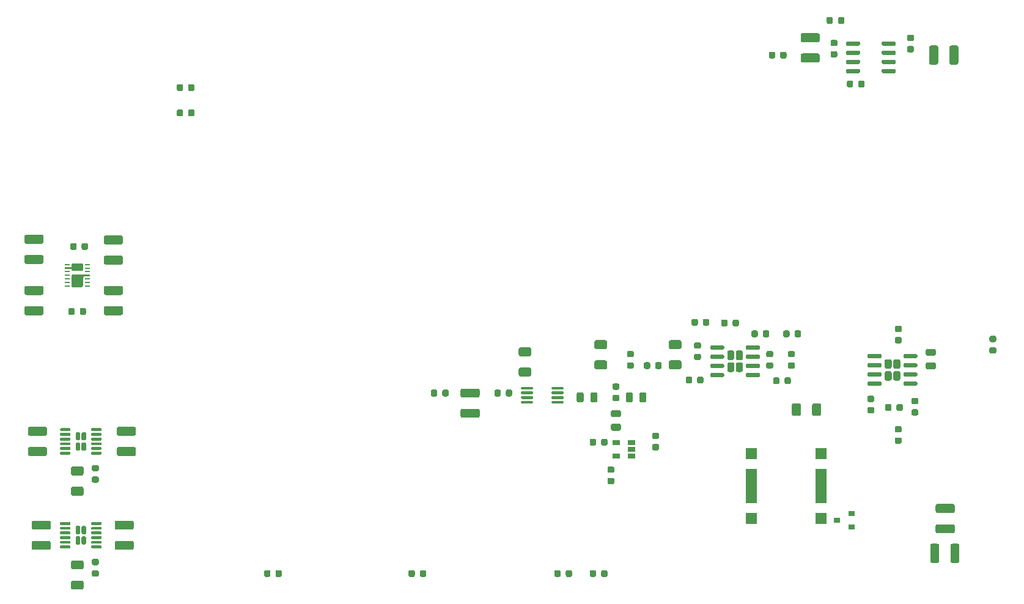
<source format=gbr>
G04 #@! TF.GenerationSoftware,KiCad,Pcbnew,5.1.7*
G04 #@! TF.CreationDate,2020-10-15T00:04:12+02:00*
G04 #@! TF.ProjectId,RF_frequency_modulator,52465f66-7265-4717-9565-6e63795f6d6f,1.2*
G04 #@! TF.SameCoordinates,Original*
G04 #@! TF.FileFunction,Paste,Top*
G04 #@! TF.FilePolarity,Positive*
%FSLAX46Y46*%
G04 Gerber Fmt 4.6, Leading zero omitted, Abs format (unit mm)*
G04 Created by KiCad (PCBNEW 5.1.7) date 2020-10-15 00:04:12*
%MOMM*%
%LPD*%
G01*
G04 APERTURE LIST*
%ADD10R,0.900000X0.800000*%
%ADD11R,0.700000X0.250000*%
%ADD12C,0.100000*%
%ADD13R,1.060000X0.650000*%
%ADD14R,1.520000X1.520000*%
%ADD15R,1.520000X4.700000*%
G04 APERTURE END LIST*
G36*
G01*
X214450000Y-63045000D02*
X214450000Y-62745000D01*
G75*
G02*
X214600000Y-62595000I150000J0D01*
G01*
X216250000Y-62595000D01*
G75*
G02*
X216400000Y-62745000I0J-150000D01*
G01*
X216400000Y-63045000D01*
G75*
G02*
X216250000Y-63195000I-150000J0D01*
G01*
X214600000Y-63195000D01*
G75*
G02*
X214450000Y-63045000I0J150000D01*
G01*
G37*
G36*
G01*
X214450000Y-64315000D02*
X214450000Y-64015000D01*
G75*
G02*
X214600000Y-63865000I150000J0D01*
G01*
X216250000Y-63865000D01*
G75*
G02*
X216400000Y-64015000I0J-150000D01*
G01*
X216400000Y-64315000D01*
G75*
G02*
X216250000Y-64465000I-150000J0D01*
G01*
X214600000Y-64465000D01*
G75*
G02*
X214450000Y-64315000I0J150000D01*
G01*
G37*
G36*
G01*
X214450000Y-65585000D02*
X214450000Y-65285000D01*
G75*
G02*
X214600000Y-65135000I150000J0D01*
G01*
X216250000Y-65135000D01*
G75*
G02*
X216400000Y-65285000I0J-150000D01*
G01*
X216400000Y-65585000D01*
G75*
G02*
X216250000Y-65735000I-150000J0D01*
G01*
X214600000Y-65735000D01*
G75*
G02*
X214450000Y-65585000I0J150000D01*
G01*
G37*
G36*
G01*
X214450000Y-66855000D02*
X214450000Y-66555000D01*
G75*
G02*
X214600000Y-66405000I150000J0D01*
G01*
X216250000Y-66405000D01*
G75*
G02*
X216400000Y-66555000I0J-150000D01*
G01*
X216400000Y-66855000D01*
G75*
G02*
X216250000Y-67005000I-150000J0D01*
G01*
X214600000Y-67005000D01*
G75*
G02*
X214450000Y-66855000I0J150000D01*
G01*
G37*
G36*
G01*
X219400000Y-66855000D02*
X219400000Y-66555000D01*
G75*
G02*
X219550000Y-66405000I150000J0D01*
G01*
X221200000Y-66405000D01*
G75*
G02*
X221350000Y-66555000I0J-150000D01*
G01*
X221350000Y-66855000D01*
G75*
G02*
X221200000Y-67005000I-150000J0D01*
G01*
X219550000Y-67005000D01*
G75*
G02*
X219400000Y-66855000I0J150000D01*
G01*
G37*
G36*
G01*
X219400000Y-65585000D02*
X219400000Y-65285000D01*
G75*
G02*
X219550000Y-65135000I150000J0D01*
G01*
X221200000Y-65135000D01*
G75*
G02*
X221350000Y-65285000I0J-150000D01*
G01*
X221350000Y-65585000D01*
G75*
G02*
X221200000Y-65735000I-150000J0D01*
G01*
X219550000Y-65735000D01*
G75*
G02*
X219400000Y-65585000I0J150000D01*
G01*
G37*
G36*
G01*
X219400000Y-64315000D02*
X219400000Y-64015000D01*
G75*
G02*
X219550000Y-63865000I150000J0D01*
G01*
X221200000Y-63865000D01*
G75*
G02*
X221350000Y-64015000I0J-150000D01*
G01*
X221350000Y-64315000D01*
G75*
G02*
X221200000Y-64465000I-150000J0D01*
G01*
X219550000Y-64465000D01*
G75*
G02*
X219400000Y-64315000I0J150000D01*
G01*
G37*
G36*
G01*
X219400000Y-63045000D02*
X219400000Y-62745000D01*
G75*
G02*
X219550000Y-62595000I150000J0D01*
G01*
X221200000Y-62595000D01*
G75*
G02*
X221350000Y-62745000I0J-150000D01*
G01*
X221350000Y-63045000D01*
G75*
G02*
X221200000Y-63195000I-150000J0D01*
G01*
X219550000Y-63195000D01*
G75*
G02*
X219400000Y-63045000I0J150000D01*
G01*
G37*
G36*
G01*
X103075000Y-100525000D02*
X100925000Y-100525000D01*
G75*
G02*
X100675000Y-100275000I0J250000D01*
G01*
X100675000Y-99525000D01*
G75*
G02*
X100925000Y-99275000I250000J0D01*
G01*
X103075000Y-99275000D01*
G75*
G02*
X103325000Y-99525000I0J-250000D01*
G01*
X103325000Y-100275000D01*
G75*
G02*
X103075000Y-100525000I-250000J0D01*
G01*
G37*
G36*
G01*
X103075000Y-97725000D02*
X100925000Y-97725000D01*
G75*
G02*
X100675000Y-97475000I0J250000D01*
G01*
X100675000Y-96725000D01*
G75*
G02*
X100925000Y-96475000I250000J0D01*
G01*
X103075000Y-96475000D01*
G75*
G02*
X103325000Y-96725000I0J-250000D01*
G01*
X103325000Y-97475000D01*
G75*
G02*
X103075000Y-97725000I-250000J0D01*
G01*
G37*
G36*
G01*
X103075000Y-90625000D02*
X100925000Y-90625000D01*
G75*
G02*
X100675000Y-90375000I0J250000D01*
G01*
X100675000Y-89625000D01*
G75*
G02*
X100925000Y-89375000I250000J0D01*
G01*
X103075000Y-89375000D01*
G75*
G02*
X103325000Y-89625000I0J-250000D01*
G01*
X103325000Y-90375000D01*
G75*
G02*
X103075000Y-90625000I-250000J0D01*
G01*
G37*
G36*
G01*
X103075000Y-93425000D02*
X100925000Y-93425000D01*
G75*
G02*
X100675000Y-93175000I0J250000D01*
G01*
X100675000Y-92425000D01*
G75*
G02*
X100925000Y-92175000I250000J0D01*
G01*
X103075000Y-92175000D01*
G75*
G02*
X103325000Y-92425000I0J-250000D01*
G01*
X103325000Y-93175000D01*
G75*
G02*
X103075000Y-93425000I-250000J0D01*
G01*
G37*
G36*
G01*
X101425000Y-118775000D02*
X103575000Y-118775000D01*
G75*
G02*
X103825000Y-119025000I0J-250000D01*
G01*
X103825000Y-119775000D01*
G75*
G02*
X103575000Y-120025000I-250000J0D01*
G01*
X101425000Y-120025000D01*
G75*
G02*
X101175000Y-119775000I0J250000D01*
G01*
X101175000Y-119025000D01*
G75*
G02*
X101425000Y-118775000I250000J0D01*
G01*
G37*
G36*
G01*
X101425000Y-115975000D02*
X103575000Y-115975000D01*
G75*
G02*
X103825000Y-116225000I0J-250000D01*
G01*
X103825000Y-116975000D01*
G75*
G02*
X103575000Y-117225000I-250000J0D01*
G01*
X101425000Y-117225000D01*
G75*
G02*
X101175000Y-116975000I0J250000D01*
G01*
X101175000Y-116225000D01*
G75*
G02*
X101425000Y-115975000I250000J0D01*
G01*
G37*
G36*
G01*
X101925000Y-128975000D02*
X104075000Y-128975000D01*
G75*
G02*
X104325000Y-129225000I0J-250000D01*
G01*
X104325000Y-129975000D01*
G75*
G02*
X104075000Y-130225000I-250000J0D01*
G01*
X101925000Y-130225000D01*
G75*
G02*
X101675000Y-129975000I0J250000D01*
G01*
X101675000Y-129225000D01*
G75*
G02*
X101925000Y-128975000I250000J0D01*
G01*
G37*
G36*
G01*
X101925000Y-131775000D02*
X104075000Y-131775000D01*
G75*
G02*
X104325000Y-132025000I0J-250000D01*
G01*
X104325000Y-132775000D01*
G75*
G02*
X104075000Y-133025000I-250000J0D01*
G01*
X101925000Y-133025000D01*
G75*
G02*
X101675000Y-132775000I0J250000D01*
G01*
X101675000Y-132025000D01*
G75*
G02*
X101925000Y-131775000I250000J0D01*
G01*
G37*
G36*
G01*
X107375000Y-124275000D02*
X108625000Y-124275000D01*
G75*
G02*
X108875000Y-124525000I0J-250000D01*
G01*
X108875000Y-125275000D01*
G75*
G02*
X108625000Y-125525000I-250000J0D01*
G01*
X107375000Y-125525000D01*
G75*
G02*
X107125000Y-125275000I0J250000D01*
G01*
X107125000Y-124525000D01*
G75*
G02*
X107375000Y-124275000I250000J0D01*
G01*
G37*
G36*
G01*
X107375000Y-121475000D02*
X108625000Y-121475000D01*
G75*
G02*
X108875000Y-121725000I0J-250000D01*
G01*
X108875000Y-122475000D01*
G75*
G02*
X108625000Y-122725000I-250000J0D01*
G01*
X107375000Y-122725000D01*
G75*
G02*
X107125000Y-122475000I0J250000D01*
G01*
X107125000Y-121725000D01*
G75*
G02*
X107375000Y-121475000I250000J0D01*
G01*
G37*
G36*
G01*
X107375000Y-134475000D02*
X108625000Y-134475000D01*
G75*
G02*
X108875000Y-134725000I0J-250000D01*
G01*
X108875000Y-135475000D01*
G75*
G02*
X108625000Y-135725000I-250000J0D01*
G01*
X107375000Y-135725000D01*
G75*
G02*
X107125000Y-135475000I0J250000D01*
G01*
X107125000Y-134725000D01*
G75*
G02*
X107375000Y-134475000I250000J0D01*
G01*
G37*
G36*
G01*
X107375000Y-137275000D02*
X108625000Y-137275000D01*
G75*
G02*
X108875000Y-137525000I0J-250000D01*
G01*
X108875000Y-138275000D01*
G75*
G02*
X108625000Y-138525000I-250000J0D01*
G01*
X107375000Y-138525000D01*
G75*
G02*
X107125000Y-138275000I0J250000D01*
G01*
X107125000Y-137525000D01*
G75*
G02*
X107375000Y-137275000I250000J0D01*
G01*
G37*
G36*
G01*
X109225000Y-99743750D02*
X109225000Y-100256250D01*
G75*
G02*
X109006250Y-100475000I-218750J0D01*
G01*
X108568750Y-100475000D01*
G75*
G02*
X108350000Y-100256250I0J218750D01*
G01*
X108350000Y-99743750D01*
G75*
G02*
X108568750Y-99525000I218750J0D01*
G01*
X109006250Y-99525000D01*
G75*
G02*
X109225000Y-99743750I0J-218750D01*
G01*
G37*
G36*
G01*
X107650000Y-99743750D02*
X107650000Y-100256250D01*
G75*
G02*
X107431250Y-100475000I-218750J0D01*
G01*
X106993750Y-100475000D01*
G75*
G02*
X106775000Y-100256250I0J218750D01*
G01*
X106775000Y-99743750D01*
G75*
G02*
X106993750Y-99525000I218750J0D01*
G01*
X107431250Y-99525000D01*
G75*
G02*
X107650000Y-99743750I0J-218750D01*
G01*
G37*
G36*
G01*
X108600000Y-91256250D02*
X108600000Y-90743750D01*
G75*
G02*
X108818750Y-90525000I218750J0D01*
G01*
X109256250Y-90525000D01*
G75*
G02*
X109475000Y-90743750I0J-218750D01*
G01*
X109475000Y-91256250D01*
G75*
G02*
X109256250Y-91475000I-218750J0D01*
G01*
X108818750Y-91475000D01*
G75*
G02*
X108600000Y-91256250I0J218750D01*
G01*
G37*
G36*
G01*
X107025000Y-91256250D02*
X107025000Y-90743750D01*
G75*
G02*
X107243750Y-90525000I218750J0D01*
G01*
X107681250Y-90525000D01*
G75*
G02*
X107900000Y-90743750I0J-218750D01*
G01*
X107900000Y-91256250D01*
G75*
G02*
X107681250Y-91475000I-218750J0D01*
G01*
X107243750Y-91475000D01*
G75*
G02*
X107025000Y-91256250I0J218750D01*
G01*
G37*
G36*
G01*
X114075000Y-97725000D02*
X111925000Y-97725000D01*
G75*
G02*
X111675000Y-97475000I0J250000D01*
G01*
X111675000Y-96725000D01*
G75*
G02*
X111925000Y-96475000I250000J0D01*
G01*
X114075000Y-96475000D01*
G75*
G02*
X114325000Y-96725000I0J-250000D01*
G01*
X114325000Y-97475000D01*
G75*
G02*
X114075000Y-97725000I-250000J0D01*
G01*
G37*
G36*
G01*
X114075000Y-100525000D02*
X111925000Y-100525000D01*
G75*
G02*
X111675000Y-100275000I0J250000D01*
G01*
X111675000Y-99525000D01*
G75*
G02*
X111925000Y-99275000I250000J0D01*
G01*
X114075000Y-99275000D01*
G75*
G02*
X114325000Y-99525000I0J-250000D01*
G01*
X114325000Y-100275000D01*
G75*
G02*
X114075000Y-100525000I-250000J0D01*
G01*
G37*
G36*
G01*
X114075000Y-93525000D02*
X111925000Y-93525000D01*
G75*
G02*
X111675000Y-93275000I0J250000D01*
G01*
X111675000Y-92525000D01*
G75*
G02*
X111925000Y-92275000I250000J0D01*
G01*
X114075000Y-92275000D01*
G75*
G02*
X114325000Y-92525000I0J-250000D01*
G01*
X114325000Y-93275000D01*
G75*
G02*
X114075000Y-93525000I-250000J0D01*
G01*
G37*
G36*
G01*
X114075000Y-90725000D02*
X111925000Y-90725000D01*
G75*
G02*
X111675000Y-90475000I0J250000D01*
G01*
X111675000Y-89725000D01*
G75*
G02*
X111925000Y-89475000I250000J0D01*
G01*
X114075000Y-89475000D01*
G75*
G02*
X114325000Y-89725000I0J-250000D01*
G01*
X114325000Y-90475000D01*
G75*
G02*
X114075000Y-90725000I-250000J0D01*
G01*
G37*
G36*
G01*
X113725000Y-115975000D02*
X115875000Y-115975000D01*
G75*
G02*
X116125000Y-116225000I0J-250000D01*
G01*
X116125000Y-116975000D01*
G75*
G02*
X115875000Y-117225000I-250000J0D01*
G01*
X113725000Y-117225000D01*
G75*
G02*
X113475000Y-116975000I0J250000D01*
G01*
X113475000Y-116225000D01*
G75*
G02*
X113725000Y-115975000I250000J0D01*
G01*
G37*
G36*
G01*
X113725000Y-118775000D02*
X115875000Y-118775000D01*
G75*
G02*
X116125000Y-119025000I0J-250000D01*
G01*
X116125000Y-119775000D01*
G75*
G02*
X115875000Y-120025000I-250000J0D01*
G01*
X113725000Y-120025000D01*
G75*
G02*
X113475000Y-119775000I0J250000D01*
G01*
X113475000Y-119025000D01*
G75*
G02*
X113725000Y-118775000I250000J0D01*
G01*
G37*
G36*
G01*
X113425000Y-131775000D02*
X115575000Y-131775000D01*
G75*
G02*
X115825000Y-132025000I0J-250000D01*
G01*
X115825000Y-132775000D01*
G75*
G02*
X115575000Y-133025000I-250000J0D01*
G01*
X113425000Y-133025000D01*
G75*
G02*
X113175000Y-132775000I0J250000D01*
G01*
X113175000Y-132025000D01*
G75*
G02*
X113425000Y-131775000I250000J0D01*
G01*
G37*
G36*
G01*
X113425000Y-128975000D02*
X115575000Y-128975000D01*
G75*
G02*
X115825000Y-129225000I0J-250000D01*
G01*
X115825000Y-129975000D01*
G75*
G02*
X115575000Y-130225000I-250000J0D01*
G01*
X113425000Y-130225000D01*
G75*
G02*
X113175000Y-129975000I0J250000D01*
G01*
X113175000Y-129225000D01*
G75*
G02*
X113425000Y-128975000I250000J0D01*
G01*
G37*
G36*
G01*
X159425000Y-111043750D02*
X159425000Y-111556250D01*
G75*
G02*
X159206250Y-111775000I-218750J0D01*
G01*
X158768750Y-111775000D01*
G75*
G02*
X158550000Y-111556250I0J218750D01*
G01*
X158550000Y-111043750D01*
G75*
G02*
X158768750Y-110825000I218750J0D01*
G01*
X159206250Y-110825000D01*
G75*
G02*
X159425000Y-111043750I0J-218750D01*
G01*
G37*
G36*
G01*
X157850000Y-111043750D02*
X157850000Y-111556250D01*
G75*
G02*
X157631250Y-111775000I-218750J0D01*
G01*
X157193750Y-111775000D01*
G75*
G02*
X156975000Y-111556250I0J218750D01*
G01*
X156975000Y-111043750D01*
G75*
G02*
X157193750Y-110825000I218750J0D01*
G01*
X157631250Y-110825000D01*
G75*
G02*
X157850000Y-111043750I0J-218750D01*
G01*
G37*
G36*
G01*
X166650000Y-111043750D02*
X166650000Y-111556250D01*
G75*
G02*
X166431250Y-111775000I-218750J0D01*
G01*
X165993750Y-111775000D01*
G75*
G02*
X165775000Y-111556250I0J218750D01*
G01*
X165775000Y-111043750D01*
G75*
G02*
X165993750Y-110825000I218750J0D01*
G01*
X166431250Y-110825000D01*
G75*
G02*
X166650000Y-111043750I0J-218750D01*
G01*
G37*
G36*
G01*
X168225000Y-111043750D02*
X168225000Y-111556250D01*
G75*
G02*
X168006250Y-111775000I-218750J0D01*
G01*
X167568750Y-111775000D01*
G75*
G02*
X167350000Y-111556250I0J218750D01*
G01*
X167350000Y-111043750D01*
G75*
G02*
X167568750Y-110825000I218750J0D01*
G01*
X168006250Y-110825000D01*
G75*
G02*
X168225000Y-111043750I0J-218750D01*
G01*
G37*
G36*
G01*
X169375000Y-107775000D02*
X170625000Y-107775000D01*
G75*
G02*
X170875000Y-108025000I0J-250000D01*
G01*
X170875000Y-108775000D01*
G75*
G02*
X170625000Y-109025000I-250000J0D01*
G01*
X169375000Y-109025000D01*
G75*
G02*
X169125000Y-108775000I0J250000D01*
G01*
X169125000Y-108025000D01*
G75*
G02*
X169375000Y-107775000I250000J0D01*
G01*
G37*
G36*
G01*
X169375000Y-104975000D02*
X170625000Y-104975000D01*
G75*
G02*
X170875000Y-105225000I0J-250000D01*
G01*
X170875000Y-105975000D01*
G75*
G02*
X170625000Y-106225000I-250000J0D01*
G01*
X169375000Y-106225000D01*
G75*
G02*
X169125000Y-105975000I0J250000D01*
G01*
X169125000Y-105225000D01*
G75*
G02*
X169375000Y-104975000I250000J0D01*
G01*
G37*
G36*
G01*
X226656250Y-106150000D02*
X225743750Y-106150000D01*
G75*
G02*
X225500000Y-105906250I0J243750D01*
G01*
X225500000Y-105418750D01*
G75*
G02*
X225743750Y-105175000I243750J0D01*
G01*
X226656250Y-105175000D01*
G75*
G02*
X226900000Y-105418750I0J-243750D01*
G01*
X226900000Y-105906250D01*
G75*
G02*
X226656250Y-106150000I-243750J0D01*
G01*
G37*
G36*
G01*
X226656250Y-108025000D02*
X225743750Y-108025000D01*
G75*
G02*
X225500000Y-107781250I0J243750D01*
G01*
X225500000Y-107293750D01*
G75*
G02*
X225743750Y-107050000I243750J0D01*
G01*
X226656250Y-107050000D01*
G75*
G02*
X226900000Y-107293750I0J-243750D01*
G01*
X226900000Y-107781250D01*
G75*
G02*
X226656250Y-108025000I-243750J0D01*
G01*
G37*
G36*
G01*
X181125000Y-105225000D02*
X179875000Y-105225000D01*
G75*
G02*
X179625000Y-104975000I0J250000D01*
G01*
X179625000Y-104225000D01*
G75*
G02*
X179875000Y-103975000I250000J0D01*
G01*
X181125000Y-103975000D01*
G75*
G02*
X181375000Y-104225000I0J-250000D01*
G01*
X181375000Y-104975000D01*
G75*
G02*
X181125000Y-105225000I-250000J0D01*
G01*
G37*
G36*
G01*
X181125000Y-108025000D02*
X179875000Y-108025000D01*
G75*
G02*
X179625000Y-107775000I0J250000D01*
G01*
X179625000Y-107025000D01*
G75*
G02*
X179875000Y-106775000I250000J0D01*
G01*
X181125000Y-106775000D01*
G75*
G02*
X181375000Y-107025000I0J-250000D01*
G01*
X181375000Y-107775000D01*
G75*
G02*
X181125000Y-108025000I-250000J0D01*
G01*
G37*
G36*
G01*
X178150000Y-111443750D02*
X178150000Y-112356250D01*
G75*
G02*
X177906250Y-112600000I-243750J0D01*
G01*
X177418750Y-112600000D01*
G75*
G02*
X177175000Y-112356250I0J243750D01*
G01*
X177175000Y-111443750D01*
G75*
G02*
X177418750Y-111200000I243750J0D01*
G01*
X177906250Y-111200000D01*
G75*
G02*
X178150000Y-111443750I0J-243750D01*
G01*
G37*
G36*
G01*
X180025000Y-111443750D02*
X180025000Y-112356250D01*
G75*
G02*
X179781250Y-112600000I-243750J0D01*
G01*
X179293750Y-112600000D01*
G75*
G02*
X179050000Y-112356250I0J243750D01*
G01*
X179050000Y-111443750D01*
G75*
G02*
X179293750Y-111200000I243750J0D01*
G01*
X179781250Y-111200000D01*
G75*
G02*
X180025000Y-111443750I0J-243750D01*
G01*
G37*
G36*
G01*
X191425000Y-108025000D02*
X190175000Y-108025000D01*
G75*
G02*
X189925000Y-107775000I0J250000D01*
G01*
X189925000Y-107025000D01*
G75*
G02*
X190175000Y-106775000I250000J0D01*
G01*
X191425000Y-106775000D01*
G75*
G02*
X191675000Y-107025000I0J-250000D01*
G01*
X191675000Y-107775000D01*
G75*
G02*
X191425000Y-108025000I-250000J0D01*
G01*
G37*
G36*
G01*
X191425000Y-105225000D02*
X190175000Y-105225000D01*
G75*
G02*
X189925000Y-104975000I0J250000D01*
G01*
X189925000Y-104225000D01*
G75*
G02*
X190175000Y-103975000I250000J0D01*
G01*
X191425000Y-103975000D01*
G75*
G02*
X191675000Y-104225000I0J-250000D01*
G01*
X191675000Y-104975000D01*
G75*
G02*
X191425000Y-105225000I-250000J0D01*
G01*
G37*
G36*
G01*
X186825000Y-111443750D02*
X186825000Y-112356250D01*
G75*
G02*
X186581250Y-112600000I-243750J0D01*
G01*
X186093750Y-112600000D01*
G75*
G02*
X185850000Y-112356250I0J243750D01*
G01*
X185850000Y-111443750D01*
G75*
G02*
X186093750Y-111200000I243750J0D01*
G01*
X186581250Y-111200000D01*
G75*
G02*
X186825000Y-111443750I0J-243750D01*
G01*
G37*
G36*
G01*
X184950000Y-111443750D02*
X184950000Y-112356250D01*
G75*
G02*
X184706250Y-112600000I-243750J0D01*
G01*
X184218750Y-112600000D01*
G75*
G02*
X183975000Y-112356250I0J243750D01*
G01*
X183975000Y-111443750D01*
G75*
G02*
X184218750Y-111200000I243750J0D01*
G01*
X184706250Y-111200000D01*
G75*
G02*
X184950000Y-111443750I0J-243750D01*
G01*
G37*
G36*
G01*
X192275000Y-109756250D02*
X192275000Y-109243750D01*
G75*
G02*
X192493750Y-109025000I218750J0D01*
G01*
X192931250Y-109025000D01*
G75*
G02*
X193150000Y-109243750I0J-218750D01*
G01*
X193150000Y-109756250D01*
G75*
G02*
X192931250Y-109975000I-218750J0D01*
G01*
X192493750Y-109975000D01*
G75*
G02*
X192275000Y-109756250I0J218750D01*
G01*
G37*
G36*
G01*
X193850000Y-109756250D02*
X193850000Y-109243750D01*
G75*
G02*
X194068750Y-109025000I218750J0D01*
G01*
X194506250Y-109025000D01*
G75*
G02*
X194725000Y-109243750I0J-218750D01*
G01*
X194725000Y-109756250D01*
G75*
G02*
X194506250Y-109975000I-218750J0D01*
G01*
X194068750Y-109975000D01*
G75*
G02*
X193850000Y-109756250I0J218750D01*
G01*
G37*
G36*
G01*
X202250000Y-102843750D02*
X202250000Y-103356250D01*
G75*
G02*
X202031250Y-103575000I-218750J0D01*
G01*
X201593750Y-103575000D01*
G75*
G02*
X201375000Y-103356250I0J218750D01*
G01*
X201375000Y-102843750D01*
G75*
G02*
X201593750Y-102625000I218750J0D01*
G01*
X202031250Y-102625000D01*
G75*
G02*
X202250000Y-102843750I0J-218750D01*
G01*
G37*
G36*
G01*
X203825000Y-102843750D02*
X203825000Y-103356250D01*
G75*
G02*
X203606250Y-103575000I-218750J0D01*
G01*
X203168750Y-103575000D01*
G75*
G02*
X202950000Y-103356250I0J218750D01*
G01*
X202950000Y-102843750D01*
G75*
G02*
X203168750Y-102625000I218750J0D01*
G01*
X203606250Y-102625000D01*
G75*
G02*
X203825000Y-102843750I0J-218750D01*
G01*
G37*
G36*
G01*
X206975000Y-114225000D02*
X206975000Y-112975000D01*
G75*
G02*
X207225000Y-112725000I250000J0D01*
G01*
X207975000Y-112725000D01*
G75*
G02*
X208225000Y-112975000I0J-250000D01*
G01*
X208225000Y-114225000D01*
G75*
G02*
X207975000Y-114475000I-250000J0D01*
G01*
X207225000Y-114475000D01*
G75*
G02*
X206975000Y-114225000I0J250000D01*
G01*
G37*
G36*
G01*
X209775000Y-114225000D02*
X209775000Y-112975000D01*
G75*
G02*
X210025000Y-112725000I250000J0D01*
G01*
X210775000Y-112725000D01*
G75*
G02*
X211025000Y-112975000I0J-250000D01*
G01*
X211025000Y-114225000D01*
G75*
G02*
X210775000Y-114475000I-250000J0D01*
G01*
X210025000Y-114475000D01*
G75*
G02*
X209775000Y-114225000I0J250000D01*
G01*
G37*
G36*
G01*
X183056250Y-116525000D02*
X182143750Y-116525000D01*
G75*
G02*
X181900000Y-116281250I0J243750D01*
G01*
X181900000Y-115793750D01*
G75*
G02*
X182143750Y-115550000I243750J0D01*
G01*
X183056250Y-115550000D01*
G75*
G02*
X183300000Y-115793750I0J-243750D01*
G01*
X183300000Y-116281250D01*
G75*
G02*
X183056250Y-116525000I-243750J0D01*
G01*
G37*
G36*
G01*
X183056250Y-114650000D02*
X182143750Y-114650000D01*
G75*
G02*
X181900000Y-114406250I0J243750D01*
G01*
X181900000Y-113918750D01*
G75*
G02*
X182143750Y-113675000I243750J0D01*
G01*
X183056250Y-113675000D01*
G75*
G02*
X183300000Y-113918750I0J-243750D01*
G01*
X183300000Y-114406250D01*
G75*
G02*
X183056250Y-114650000I-243750J0D01*
G01*
G37*
G36*
G01*
X206225000Y-64243750D02*
X206225000Y-64756250D01*
G75*
G02*
X206006250Y-64975000I-218750J0D01*
G01*
X205568750Y-64975000D01*
G75*
G02*
X205350000Y-64756250I0J218750D01*
G01*
X205350000Y-64243750D01*
G75*
G02*
X205568750Y-64025000I218750J0D01*
G01*
X206006250Y-64025000D01*
G75*
G02*
X206225000Y-64243750I0J-218750D01*
G01*
G37*
G36*
G01*
X204650000Y-64243750D02*
X204650000Y-64756250D01*
G75*
G02*
X204431250Y-64975000I-218750J0D01*
G01*
X203993750Y-64975000D01*
G75*
G02*
X203775000Y-64756250I0J218750D01*
G01*
X203775000Y-64243750D01*
G75*
G02*
X203993750Y-64025000I218750J0D01*
G01*
X204431250Y-64025000D01*
G75*
G02*
X204650000Y-64243750I0J-218750D01*
G01*
G37*
G36*
G01*
X215450000Y-68243750D02*
X215450000Y-68756250D01*
G75*
G02*
X215231250Y-68975000I-218750J0D01*
G01*
X214793750Y-68975000D01*
G75*
G02*
X214575000Y-68756250I0J218750D01*
G01*
X214575000Y-68243750D01*
G75*
G02*
X214793750Y-68025000I218750J0D01*
G01*
X215231250Y-68025000D01*
G75*
G02*
X215450000Y-68243750I0J-218750D01*
G01*
G37*
G36*
G01*
X217025000Y-68243750D02*
X217025000Y-68756250D01*
G75*
G02*
X216806250Y-68975000I-218750J0D01*
G01*
X216368750Y-68975000D01*
G75*
G02*
X216150000Y-68756250I0J218750D01*
G01*
X216150000Y-68243750D01*
G75*
G02*
X216368750Y-68025000I218750J0D01*
G01*
X216806250Y-68025000D01*
G75*
G02*
X217025000Y-68243750I0J-218750D01*
G01*
G37*
G36*
G01*
X223143750Y-61675000D02*
X223656250Y-61675000D01*
G75*
G02*
X223875000Y-61893750I0J-218750D01*
G01*
X223875000Y-62331250D01*
G75*
G02*
X223656250Y-62550000I-218750J0D01*
G01*
X223143750Y-62550000D01*
G75*
G02*
X222925000Y-62331250I0J218750D01*
G01*
X222925000Y-61893750D01*
G75*
G02*
X223143750Y-61675000I218750J0D01*
G01*
G37*
G36*
G01*
X223143750Y-63250000D02*
X223656250Y-63250000D01*
G75*
G02*
X223875000Y-63468750I0J-218750D01*
G01*
X223875000Y-63906250D01*
G75*
G02*
X223656250Y-64125000I-218750J0D01*
G01*
X223143750Y-64125000D01*
G75*
G02*
X222925000Y-63906250I0J218750D01*
G01*
X222925000Y-63468750D01*
G75*
G02*
X223143750Y-63250000I218750J0D01*
G01*
G37*
G36*
G01*
X221443750Y-103550000D02*
X221956250Y-103550000D01*
G75*
G02*
X222175000Y-103768750I0J-218750D01*
G01*
X222175000Y-104206250D01*
G75*
G02*
X221956250Y-104425000I-218750J0D01*
G01*
X221443750Y-104425000D01*
G75*
G02*
X221225000Y-104206250I0J218750D01*
G01*
X221225000Y-103768750D01*
G75*
G02*
X221443750Y-103550000I218750J0D01*
G01*
G37*
G36*
G01*
X221443750Y-101975000D02*
X221956250Y-101975000D01*
G75*
G02*
X222175000Y-102193750I0J-218750D01*
G01*
X222175000Y-102631250D01*
G75*
G02*
X221956250Y-102850000I-218750J0D01*
G01*
X221443750Y-102850000D01*
G75*
G02*
X221225000Y-102631250I0J218750D01*
G01*
X221225000Y-102193750D01*
G75*
G02*
X221443750Y-101975000I218750J0D01*
G01*
G37*
G36*
G01*
X218156250Y-114125000D02*
X217643750Y-114125000D01*
G75*
G02*
X217425000Y-113906250I0J218750D01*
G01*
X217425000Y-113468750D01*
G75*
G02*
X217643750Y-113250000I218750J0D01*
G01*
X218156250Y-113250000D01*
G75*
G02*
X218375000Y-113468750I0J-218750D01*
G01*
X218375000Y-113906250D01*
G75*
G02*
X218156250Y-114125000I-218750J0D01*
G01*
G37*
G36*
G01*
X218156250Y-112550000D02*
X217643750Y-112550000D01*
G75*
G02*
X217425000Y-112331250I0J218750D01*
G01*
X217425000Y-111893750D01*
G75*
G02*
X217643750Y-111675000I218750J0D01*
G01*
X218156250Y-111675000D01*
G75*
G02*
X218375000Y-111893750I0J-218750D01*
G01*
X218375000Y-112331250D01*
G75*
G02*
X218156250Y-112550000I-218750J0D01*
G01*
G37*
G36*
G01*
X182156250Y-123925000D02*
X181643750Y-123925000D01*
G75*
G02*
X181425000Y-123706250I0J218750D01*
G01*
X181425000Y-123268750D01*
G75*
G02*
X181643750Y-123050000I218750J0D01*
G01*
X182156250Y-123050000D01*
G75*
G02*
X182375000Y-123268750I0J-218750D01*
G01*
X182375000Y-123706250D01*
G75*
G02*
X182156250Y-123925000I-218750J0D01*
G01*
G37*
G36*
G01*
X182156250Y-122350000D02*
X181643750Y-122350000D01*
G75*
G02*
X181425000Y-122131250I0J218750D01*
G01*
X181425000Y-121693750D01*
G75*
G02*
X181643750Y-121475000I218750J0D01*
G01*
X182156250Y-121475000D01*
G75*
G02*
X182375000Y-121693750I0J-218750D01*
G01*
X182375000Y-122131250D01*
G75*
G02*
X182156250Y-122350000I-218750J0D01*
G01*
G37*
G36*
G01*
X178975000Y-136556250D02*
X178975000Y-136043750D01*
G75*
G02*
X179193750Y-135825000I218750J0D01*
G01*
X179631250Y-135825000D01*
G75*
G02*
X179850000Y-136043750I0J-218750D01*
G01*
X179850000Y-136556250D01*
G75*
G02*
X179631250Y-136775000I-218750J0D01*
G01*
X179193750Y-136775000D01*
G75*
G02*
X178975000Y-136556250I0J218750D01*
G01*
G37*
G36*
G01*
X180550000Y-136556250D02*
X180550000Y-136043750D01*
G75*
G02*
X180768750Y-135825000I218750J0D01*
G01*
X181206250Y-135825000D01*
G75*
G02*
X181425000Y-136043750I0J-218750D01*
G01*
X181425000Y-136556250D01*
G75*
G02*
X181206250Y-136775000I-218750J0D01*
G01*
X180768750Y-136775000D01*
G75*
G02*
X180550000Y-136556250I0J218750D01*
G01*
G37*
G36*
G01*
X175650000Y-136556250D02*
X175650000Y-136043750D01*
G75*
G02*
X175868750Y-135825000I218750J0D01*
G01*
X176306250Y-135825000D01*
G75*
G02*
X176525000Y-136043750I0J-218750D01*
G01*
X176525000Y-136556250D01*
G75*
G02*
X176306250Y-136775000I-218750J0D01*
G01*
X175868750Y-136775000D01*
G75*
G02*
X175650000Y-136556250I0J218750D01*
G01*
G37*
G36*
G01*
X174075000Y-136556250D02*
X174075000Y-136043750D01*
G75*
G02*
X174293750Y-135825000I218750J0D01*
G01*
X174731250Y-135825000D01*
G75*
G02*
X174950000Y-136043750I0J-218750D01*
G01*
X174950000Y-136556250D01*
G75*
G02*
X174731250Y-136775000I-218750J0D01*
G01*
X174293750Y-136775000D01*
G75*
G02*
X174075000Y-136556250I0J218750D01*
G01*
G37*
G36*
G01*
X153875000Y-136556250D02*
X153875000Y-136043750D01*
G75*
G02*
X154093750Y-135825000I218750J0D01*
G01*
X154531250Y-135825000D01*
G75*
G02*
X154750000Y-136043750I0J-218750D01*
G01*
X154750000Y-136556250D01*
G75*
G02*
X154531250Y-136775000I-218750J0D01*
G01*
X154093750Y-136775000D01*
G75*
G02*
X153875000Y-136556250I0J218750D01*
G01*
G37*
G36*
G01*
X155450000Y-136556250D02*
X155450000Y-136043750D01*
G75*
G02*
X155668750Y-135825000I218750J0D01*
G01*
X156106250Y-135825000D01*
G75*
G02*
X156325000Y-136043750I0J-218750D01*
G01*
X156325000Y-136556250D01*
G75*
G02*
X156106250Y-136775000I-218750J0D01*
G01*
X155668750Y-136775000D01*
G75*
G02*
X155450000Y-136556250I0J218750D01*
G01*
G37*
G36*
G01*
X135450000Y-136556250D02*
X135450000Y-136043750D01*
G75*
G02*
X135668750Y-135825000I218750J0D01*
G01*
X136106250Y-135825000D01*
G75*
G02*
X136325000Y-136043750I0J-218750D01*
G01*
X136325000Y-136556250D01*
G75*
G02*
X136106250Y-136775000I-218750J0D01*
G01*
X135668750Y-136775000D01*
G75*
G02*
X135450000Y-136556250I0J218750D01*
G01*
G37*
G36*
G01*
X133875000Y-136556250D02*
X133875000Y-136043750D01*
G75*
G02*
X134093750Y-135825000I218750J0D01*
G01*
X134531250Y-135825000D01*
G75*
G02*
X134750000Y-136043750I0J-218750D01*
G01*
X134750000Y-136556250D01*
G75*
G02*
X134531250Y-136775000I-218750J0D01*
G01*
X134093750Y-136775000D01*
G75*
G02*
X133875000Y-136556250I0J218750D01*
G01*
G37*
G36*
G01*
X123350000Y-72756250D02*
X123350000Y-72243750D01*
G75*
G02*
X123568750Y-72025000I218750J0D01*
G01*
X124006250Y-72025000D01*
G75*
G02*
X124225000Y-72243750I0J-218750D01*
G01*
X124225000Y-72756250D01*
G75*
G02*
X124006250Y-72975000I-218750J0D01*
G01*
X123568750Y-72975000D01*
G75*
G02*
X123350000Y-72756250I0J218750D01*
G01*
G37*
G36*
G01*
X121775000Y-72756250D02*
X121775000Y-72243750D01*
G75*
G02*
X121993750Y-72025000I218750J0D01*
G01*
X122431250Y-72025000D01*
G75*
G02*
X122650000Y-72243750I0J-218750D01*
G01*
X122650000Y-72756250D01*
G75*
G02*
X122431250Y-72975000I-218750J0D01*
G01*
X121993750Y-72975000D01*
G75*
G02*
X121775000Y-72756250I0J218750D01*
G01*
G37*
G36*
G01*
X123350000Y-69256250D02*
X123350000Y-68743750D01*
G75*
G02*
X123568750Y-68525000I218750J0D01*
G01*
X124006250Y-68525000D01*
G75*
G02*
X124225000Y-68743750I0J-218750D01*
G01*
X124225000Y-69256250D01*
G75*
G02*
X124006250Y-69475000I-218750J0D01*
G01*
X123568750Y-69475000D01*
G75*
G02*
X123350000Y-69256250I0J218750D01*
G01*
G37*
G36*
G01*
X121775000Y-69256250D02*
X121775000Y-68743750D01*
G75*
G02*
X121993750Y-68525000I218750J0D01*
G01*
X122431250Y-68525000D01*
G75*
G02*
X122650000Y-68743750I0J-218750D01*
G01*
X122650000Y-69256250D01*
G75*
G02*
X122431250Y-69475000I-218750J0D01*
G01*
X121993750Y-69475000D01*
G75*
G02*
X121775000Y-69256250I0J218750D01*
G01*
G37*
D10*
X215200000Y-129850000D03*
X215200000Y-127950000D03*
X213200000Y-128900000D03*
G36*
G01*
X110243750Y-121275000D02*
X110756250Y-121275000D01*
G75*
G02*
X110975000Y-121493750I0J-218750D01*
G01*
X110975000Y-121931250D01*
G75*
G02*
X110756250Y-122150000I-218750J0D01*
G01*
X110243750Y-122150000D01*
G75*
G02*
X110025000Y-121931250I0J218750D01*
G01*
X110025000Y-121493750D01*
G75*
G02*
X110243750Y-121275000I218750J0D01*
G01*
G37*
G36*
G01*
X110243750Y-122850000D02*
X110756250Y-122850000D01*
G75*
G02*
X110975000Y-123068750I0J-218750D01*
G01*
X110975000Y-123506250D01*
G75*
G02*
X110756250Y-123725000I-218750J0D01*
G01*
X110243750Y-123725000D01*
G75*
G02*
X110025000Y-123506250I0J218750D01*
G01*
X110025000Y-123068750D01*
G75*
G02*
X110243750Y-122850000I218750J0D01*
G01*
G37*
G36*
G01*
X110243750Y-135850000D02*
X110756250Y-135850000D01*
G75*
G02*
X110975000Y-136068750I0J-218750D01*
G01*
X110975000Y-136506250D01*
G75*
G02*
X110756250Y-136725000I-218750J0D01*
G01*
X110243750Y-136725000D01*
G75*
G02*
X110025000Y-136506250I0J218750D01*
G01*
X110025000Y-136068750D01*
G75*
G02*
X110243750Y-135850000I218750J0D01*
G01*
G37*
G36*
G01*
X110243750Y-134275000D02*
X110756250Y-134275000D01*
G75*
G02*
X110975000Y-134493750I0J-218750D01*
G01*
X110975000Y-134931250D01*
G75*
G02*
X110756250Y-135150000I-218750J0D01*
G01*
X110243750Y-135150000D01*
G75*
G02*
X110025000Y-134931250I0J218750D01*
G01*
X110025000Y-134493750D01*
G75*
G02*
X110243750Y-134275000I218750J0D01*
G01*
G37*
G36*
G01*
X161325000Y-110675000D02*
X163475000Y-110675000D01*
G75*
G02*
X163725000Y-110925000I0J-250000D01*
G01*
X163725000Y-111675000D01*
G75*
G02*
X163475000Y-111925000I-250000J0D01*
G01*
X161325000Y-111925000D01*
G75*
G02*
X161075000Y-111675000I0J250000D01*
G01*
X161075000Y-110925000D01*
G75*
G02*
X161325000Y-110675000I250000J0D01*
G01*
G37*
G36*
G01*
X161325000Y-113475000D02*
X163475000Y-113475000D01*
G75*
G02*
X163725000Y-113725000I0J-250000D01*
G01*
X163725000Y-114475000D01*
G75*
G02*
X163475000Y-114725000I-250000J0D01*
G01*
X161325000Y-114725000D01*
G75*
G02*
X161075000Y-114475000I0J250000D01*
G01*
X161075000Y-113725000D01*
G75*
G02*
X161325000Y-113475000I250000J0D01*
G01*
G37*
G36*
G01*
X221443750Y-115875000D02*
X221956250Y-115875000D01*
G75*
G02*
X222175000Y-116093750I0J-218750D01*
G01*
X222175000Y-116531250D01*
G75*
G02*
X221956250Y-116750000I-218750J0D01*
G01*
X221443750Y-116750000D01*
G75*
G02*
X221225000Y-116531250I0J218750D01*
G01*
X221225000Y-116093750D01*
G75*
G02*
X221443750Y-115875000I218750J0D01*
G01*
G37*
G36*
G01*
X221443750Y-117450000D02*
X221956250Y-117450000D01*
G75*
G02*
X222175000Y-117668750I0J-218750D01*
G01*
X222175000Y-118106250D01*
G75*
G02*
X221956250Y-118325000I-218750J0D01*
G01*
X221443750Y-118325000D01*
G75*
G02*
X221225000Y-118106250I0J218750D01*
G01*
X221225000Y-117668750D01*
G75*
G02*
X221443750Y-117450000I218750J0D01*
G01*
G37*
G36*
G01*
X235056250Y-105825000D02*
X234543750Y-105825000D01*
G75*
G02*
X234325000Y-105606250I0J218750D01*
G01*
X234325000Y-105168750D01*
G75*
G02*
X234543750Y-104950000I218750J0D01*
G01*
X235056250Y-104950000D01*
G75*
G02*
X235275000Y-105168750I0J-218750D01*
G01*
X235275000Y-105606250D01*
G75*
G02*
X235056250Y-105825000I-218750J0D01*
G01*
G37*
G36*
G01*
X235056250Y-104250000D02*
X234543750Y-104250000D01*
G75*
G02*
X234325000Y-104031250I0J218750D01*
G01*
X234325000Y-103593750D01*
G75*
G02*
X234543750Y-103375000I218750J0D01*
G01*
X235056250Y-103375000D01*
G75*
G02*
X235275000Y-103593750I0J-218750D01*
G01*
X235275000Y-104031250D01*
G75*
G02*
X235056250Y-104250000I-218750J0D01*
G01*
G37*
G36*
G01*
X223743750Y-111975000D02*
X224256250Y-111975000D01*
G75*
G02*
X224475000Y-112193750I0J-218750D01*
G01*
X224475000Y-112631250D01*
G75*
G02*
X224256250Y-112850000I-218750J0D01*
G01*
X223743750Y-112850000D01*
G75*
G02*
X223525000Y-112631250I0J218750D01*
G01*
X223525000Y-112193750D01*
G75*
G02*
X223743750Y-111975000I218750J0D01*
G01*
G37*
G36*
G01*
X223743750Y-113550000D02*
X224256250Y-113550000D01*
G75*
G02*
X224475000Y-113768750I0J-218750D01*
G01*
X224475000Y-114206250D01*
G75*
G02*
X224256250Y-114425000I-218750J0D01*
G01*
X223743750Y-114425000D01*
G75*
G02*
X223525000Y-114206250I0J218750D01*
G01*
X223525000Y-113768750D01*
G75*
G02*
X223743750Y-113550000I218750J0D01*
G01*
G37*
G36*
G01*
X184856250Y-106350000D02*
X184343750Y-106350000D01*
G75*
G02*
X184125000Y-106131250I0J218750D01*
G01*
X184125000Y-105693750D01*
G75*
G02*
X184343750Y-105475000I218750J0D01*
G01*
X184856250Y-105475000D01*
G75*
G02*
X185075000Y-105693750I0J-218750D01*
G01*
X185075000Y-106131250D01*
G75*
G02*
X184856250Y-106350000I-218750J0D01*
G01*
G37*
G36*
G01*
X184856250Y-107925000D02*
X184343750Y-107925000D01*
G75*
G02*
X184125000Y-107706250I0J218750D01*
G01*
X184125000Y-107268750D01*
G75*
G02*
X184343750Y-107050000I218750J0D01*
G01*
X184856250Y-107050000D01*
G75*
G02*
X185075000Y-107268750I0J-218750D01*
G01*
X185075000Y-107706250D01*
G75*
G02*
X184856250Y-107925000I-218750J0D01*
G01*
G37*
G36*
G01*
X188925000Y-107243750D02*
X188925000Y-107756250D01*
G75*
G02*
X188706250Y-107975000I-218750J0D01*
G01*
X188268750Y-107975000D01*
G75*
G02*
X188050000Y-107756250I0J218750D01*
G01*
X188050000Y-107243750D01*
G75*
G02*
X188268750Y-107025000I218750J0D01*
G01*
X188706250Y-107025000D01*
G75*
G02*
X188925000Y-107243750I0J-218750D01*
G01*
G37*
G36*
G01*
X187350000Y-107243750D02*
X187350000Y-107756250D01*
G75*
G02*
X187131250Y-107975000I-218750J0D01*
G01*
X186693750Y-107975000D01*
G75*
G02*
X186475000Y-107756250I0J218750D01*
G01*
X186475000Y-107243750D01*
G75*
G02*
X186693750Y-107025000I218750J0D01*
G01*
X187131250Y-107025000D01*
G75*
G02*
X187350000Y-107243750I0J-218750D01*
G01*
G37*
G36*
G01*
X206825000Y-109343750D02*
X206825000Y-109856250D01*
G75*
G02*
X206606250Y-110075000I-218750J0D01*
G01*
X206168750Y-110075000D01*
G75*
G02*
X205950000Y-109856250I0J218750D01*
G01*
X205950000Y-109343750D01*
G75*
G02*
X206168750Y-109125000I218750J0D01*
G01*
X206606250Y-109125000D01*
G75*
G02*
X206825000Y-109343750I0J-218750D01*
G01*
G37*
G36*
G01*
X205250000Y-109343750D02*
X205250000Y-109856250D01*
G75*
G02*
X205031250Y-110075000I-218750J0D01*
G01*
X204593750Y-110075000D01*
G75*
G02*
X204375000Y-109856250I0J218750D01*
G01*
X204375000Y-109343750D01*
G75*
G02*
X204593750Y-109125000I218750J0D01*
G01*
X205031250Y-109125000D01*
G75*
G02*
X205250000Y-109343750I0J-218750D01*
G01*
G37*
G36*
G01*
X182856250Y-110850000D02*
X182343750Y-110850000D01*
G75*
G02*
X182125000Y-110631250I0J218750D01*
G01*
X182125000Y-110193750D01*
G75*
G02*
X182343750Y-109975000I218750J0D01*
G01*
X182856250Y-109975000D01*
G75*
G02*
X183075000Y-110193750I0J-218750D01*
G01*
X183075000Y-110631250D01*
G75*
G02*
X182856250Y-110850000I-218750J0D01*
G01*
G37*
G36*
G01*
X182856250Y-112425000D02*
X182343750Y-112425000D01*
G75*
G02*
X182125000Y-112206250I0J218750D01*
G01*
X182125000Y-111768750D01*
G75*
G02*
X182343750Y-111550000I218750J0D01*
G01*
X182856250Y-111550000D01*
G75*
G02*
X183075000Y-111768750I0J-218750D01*
G01*
X183075000Y-112206250D01*
G75*
G02*
X182856250Y-112425000I-218750J0D01*
G01*
G37*
G36*
G01*
X198750000Y-101856250D02*
X198750000Y-101343750D01*
G75*
G02*
X198968750Y-101125000I218750J0D01*
G01*
X199406250Y-101125000D01*
G75*
G02*
X199625000Y-101343750I0J-218750D01*
G01*
X199625000Y-101856250D01*
G75*
G02*
X199406250Y-102075000I-218750J0D01*
G01*
X198968750Y-102075000D01*
G75*
G02*
X198750000Y-101856250I0J218750D01*
G01*
G37*
G36*
G01*
X197175000Y-101856250D02*
X197175000Y-101343750D01*
G75*
G02*
X197393750Y-101125000I218750J0D01*
G01*
X197831250Y-101125000D01*
G75*
G02*
X198050000Y-101343750I0J-218750D01*
G01*
X198050000Y-101856250D01*
G75*
G02*
X197831250Y-102075000I-218750J0D01*
G01*
X197393750Y-102075000D01*
G75*
G02*
X197175000Y-101856250I0J218750D01*
G01*
G37*
G36*
G01*
X206643750Y-105475000D02*
X207156250Y-105475000D01*
G75*
G02*
X207375000Y-105693750I0J-218750D01*
G01*
X207375000Y-106131250D01*
G75*
G02*
X207156250Y-106350000I-218750J0D01*
G01*
X206643750Y-106350000D01*
G75*
G02*
X206425000Y-106131250I0J218750D01*
G01*
X206425000Y-105693750D01*
G75*
G02*
X206643750Y-105475000I218750J0D01*
G01*
G37*
G36*
G01*
X206643750Y-107050000D02*
X207156250Y-107050000D01*
G75*
G02*
X207375000Y-107268750I0J-218750D01*
G01*
X207375000Y-107706250D01*
G75*
G02*
X207156250Y-107925000I-218750J0D01*
G01*
X206643750Y-107925000D01*
G75*
G02*
X206425000Y-107706250I0J218750D01*
G01*
X206425000Y-107268750D01*
G75*
G02*
X206643750Y-107050000I218750J0D01*
G01*
G37*
G36*
G01*
X203643750Y-107050000D02*
X204156250Y-107050000D01*
G75*
G02*
X204375000Y-107268750I0J-218750D01*
G01*
X204375000Y-107706250D01*
G75*
G02*
X204156250Y-107925000I-218750J0D01*
G01*
X203643750Y-107925000D01*
G75*
G02*
X203425000Y-107706250I0J218750D01*
G01*
X203425000Y-107268750D01*
G75*
G02*
X203643750Y-107050000I218750J0D01*
G01*
G37*
G36*
G01*
X203643750Y-105475000D02*
X204156250Y-105475000D01*
G75*
G02*
X204375000Y-105693750I0J-218750D01*
G01*
X204375000Y-106131250D01*
G75*
G02*
X204156250Y-106350000I-218750J0D01*
G01*
X203643750Y-106350000D01*
G75*
G02*
X203425000Y-106131250I0J218750D01*
G01*
X203425000Y-105693750D01*
G75*
G02*
X203643750Y-105475000I218750J0D01*
G01*
G37*
G36*
G01*
X220750000Y-113043750D02*
X220750000Y-113556250D01*
G75*
G02*
X220531250Y-113775000I-218750J0D01*
G01*
X220093750Y-113775000D01*
G75*
G02*
X219875000Y-113556250I0J218750D01*
G01*
X219875000Y-113043750D01*
G75*
G02*
X220093750Y-112825000I218750J0D01*
G01*
X220531250Y-112825000D01*
G75*
G02*
X220750000Y-113043750I0J-218750D01*
G01*
G37*
G36*
G01*
X222325000Y-113043750D02*
X222325000Y-113556250D01*
G75*
G02*
X222106250Y-113775000I-218750J0D01*
G01*
X221668750Y-113775000D01*
G75*
G02*
X221450000Y-113556250I0J218750D01*
G01*
X221450000Y-113043750D01*
G75*
G02*
X221668750Y-112825000I218750J0D01*
G01*
X222106250Y-112825000D01*
G75*
G02*
X222325000Y-113043750I0J-218750D01*
G01*
G37*
G36*
G01*
X179850000Y-117843750D02*
X179850000Y-118356250D01*
G75*
G02*
X179631250Y-118575000I-218750J0D01*
G01*
X179193750Y-118575000D01*
G75*
G02*
X178975000Y-118356250I0J218750D01*
G01*
X178975000Y-117843750D01*
G75*
G02*
X179193750Y-117625000I218750J0D01*
G01*
X179631250Y-117625000D01*
G75*
G02*
X179850000Y-117843750I0J-218750D01*
G01*
G37*
G36*
G01*
X181425000Y-117843750D02*
X181425000Y-118356250D01*
G75*
G02*
X181206250Y-118575000I-218750J0D01*
G01*
X180768750Y-118575000D01*
G75*
G02*
X180550000Y-118356250I0J218750D01*
G01*
X180550000Y-117843750D01*
G75*
G02*
X180768750Y-117625000I218750J0D01*
G01*
X181206250Y-117625000D01*
G75*
G02*
X181425000Y-117843750I0J-218750D01*
G01*
G37*
G36*
G01*
X227375000Y-132425000D02*
X227375000Y-134575000D01*
G75*
G02*
X227125000Y-134825000I-250000J0D01*
G01*
X226375000Y-134825000D01*
G75*
G02*
X226125000Y-134575000I0J250000D01*
G01*
X226125000Y-132425000D01*
G75*
G02*
X226375000Y-132175000I250000J0D01*
G01*
X227125000Y-132175000D01*
G75*
G02*
X227375000Y-132425000I0J-250000D01*
G01*
G37*
G36*
G01*
X230175000Y-132425000D02*
X230175000Y-134575000D01*
G75*
G02*
X229925000Y-134825000I-250000J0D01*
G01*
X229175000Y-134825000D01*
G75*
G02*
X228925000Y-134575000I0J250000D01*
G01*
X228925000Y-132425000D01*
G75*
G02*
X229175000Y-132175000I250000J0D01*
G01*
X229925000Y-132175000D01*
G75*
G02*
X230175000Y-132425000I0J-250000D01*
G01*
G37*
G36*
G01*
X210575000Y-65525000D02*
X208425000Y-65525000D01*
G75*
G02*
X208175000Y-65275000I0J250000D01*
G01*
X208175000Y-64525000D01*
G75*
G02*
X208425000Y-64275000I250000J0D01*
G01*
X210575000Y-64275000D01*
G75*
G02*
X210825000Y-64525000I0J-250000D01*
G01*
X210825000Y-65275000D01*
G75*
G02*
X210575000Y-65525000I-250000J0D01*
G01*
G37*
G36*
G01*
X210575000Y-62725000D02*
X208425000Y-62725000D01*
G75*
G02*
X208175000Y-62475000I0J250000D01*
G01*
X208175000Y-61725000D01*
G75*
G02*
X208425000Y-61475000I250000J0D01*
G01*
X210575000Y-61475000D01*
G75*
G02*
X210825000Y-61725000I0J-250000D01*
G01*
X210825000Y-62475000D01*
G75*
G02*
X210575000Y-62725000I-250000J0D01*
G01*
G37*
G36*
G01*
X211775000Y-59956250D02*
X211775000Y-59443750D01*
G75*
G02*
X211993750Y-59225000I218750J0D01*
G01*
X212431250Y-59225000D01*
G75*
G02*
X212650000Y-59443750I0J-218750D01*
G01*
X212650000Y-59956250D01*
G75*
G02*
X212431250Y-60175000I-218750J0D01*
G01*
X211993750Y-60175000D01*
G75*
G02*
X211775000Y-59956250I0J218750D01*
G01*
G37*
G36*
G01*
X213350000Y-59956250D02*
X213350000Y-59443750D01*
G75*
G02*
X213568750Y-59225000I218750J0D01*
G01*
X214006250Y-59225000D01*
G75*
G02*
X214225000Y-59443750I0J-218750D01*
G01*
X214225000Y-59956250D01*
G75*
G02*
X214006250Y-60175000I-218750J0D01*
G01*
X213568750Y-60175000D01*
G75*
G02*
X213350000Y-59956250I0J218750D01*
G01*
G37*
G36*
G01*
X212543750Y-62375000D02*
X213056250Y-62375000D01*
G75*
G02*
X213275000Y-62593750I0J-218750D01*
G01*
X213275000Y-63031250D01*
G75*
G02*
X213056250Y-63250000I-218750J0D01*
G01*
X212543750Y-63250000D01*
G75*
G02*
X212325000Y-63031250I0J218750D01*
G01*
X212325000Y-62593750D01*
G75*
G02*
X212543750Y-62375000I218750J0D01*
G01*
G37*
G36*
G01*
X212543750Y-63950000D02*
X213056250Y-63950000D01*
G75*
G02*
X213275000Y-64168750I0J-218750D01*
G01*
X213275000Y-64606250D01*
G75*
G02*
X213056250Y-64825000I-218750J0D01*
G01*
X212543750Y-64825000D01*
G75*
G02*
X212325000Y-64606250I0J218750D01*
G01*
X212325000Y-64168750D01*
G75*
G02*
X212543750Y-63950000I218750J0D01*
G01*
G37*
G36*
G01*
X230025000Y-63425000D02*
X230025000Y-65575000D01*
G75*
G02*
X229775000Y-65825000I-250000J0D01*
G01*
X229025000Y-65825000D01*
G75*
G02*
X228775000Y-65575000I0J250000D01*
G01*
X228775000Y-63425000D01*
G75*
G02*
X229025000Y-63175000I250000J0D01*
G01*
X229775000Y-63175000D01*
G75*
G02*
X230025000Y-63425000I0J-250000D01*
G01*
G37*
G36*
G01*
X227225000Y-63425000D02*
X227225000Y-65575000D01*
G75*
G02*
X226975000Y-65825000I-250000J0D01*
G01*
X226225000Y-65825000D01*
G75*
G02*
X225975000Y-65575000I0J250000D01*
G01*
X225975000Y-63425000D01*
G75*
G02*
X226225000Y-63175000I250000J0D01*
G01*
X226975000Y-63175000D01*
G75*
G02*
X227225000Y-63425000I0J-250000D01*
G01*
G37*
G36*
G01*
X194650000Y-101756250D02*
X194650000Y-101243750D01*
G75*
G02*
X194868750Y-101025000I218750J0D01*
G01*
X195306250Y-101025000D01*
G75*
G02*
X195525000Y-101243750I0J-218750D01*
G01*
X195525000Y-101756250D01*
G75*
G02*
X195306250Y-101975000I-218750J0D01*
G01*
X194868750Y-101975000D01*
G75*
G02*
X194650000Y-101756250I0J218750D01*
G01*
G37*
G36*
G01*
X193075000Y-101756250D02*
X193075000Y-101243750D01*
G75*
G02*
X193293750Y-101025000I218750J0D01*
G01*
X193731250Y-101025000D01*
G75*
G02*
X193950000Y-101243750I0J-218750D01*
G01*
X193950000Y-101756250D01*
G75*
G02*
X193731250Y-101975000I-218750J0D01*
G01*
X193293750Y-101975000D01*
G75*
G02*
X193075000Y-101756250I0J218750D01*
G01*
G37*
G36*
G01*
X194156250Y-106725000D02*
X193643750Y-106725000D01*
G75*
G02*
X193425000Y-106506250I0J218750D01*
G01*
X193425000Y-106068750D01*
G75*
G02*
X193643750Y-105850000I218750J0D01*
G01*
X194156250Y-105850000D01*
G75*
G02*
X194375000Y-106068750I0J-218750D01*
G01*
X194375000Y-106506250D01*
G75*
G02*
X194156250Y-106725000I-218750J0D01*
G01*
G37*
G36*
G01*
X194156250Y-105150000D02*
X193643750Y-105150000D01*
G75*
G02*
X193425000Y-104931250I0J218750D01*
G01*
X193425000Y-104493750D01*
G75*
G02*
X193643750Y-104275000I218750J0D01*
G01*
X194156250Y-104275000D01*
G75*
G02*
X194375000Y-104493750I0J-218750D01*
G01*
X194375000Y-104931250D01*
G75*
G02*
X194156250Y-105150000I-218750J0D01*
G01*
G37*
G36*
G01*
X206650000Y-102843750D02*
X206650000Y-103356250D01*
G75*
G02*
X206431250Y-103575000I-218750J0D01*
G01*
X205993750Y-103575000D01*
G75*
G02*
X205775000Y-103356250I0J218750D01*
G01*
X205775000Y-102843750D01*
G75*
G02*
X205993750Y-102625000I218750J0D01*
G01*
X206431250Y-102625000D01*
G75*
G02*
X206650000Y-102843750I0J-218750D01*
G01*
G37*
G36*
G01*
X208225000Y-102843750D02*
X208225000Y-103356250D01*
G75*
G02*
X208006250Y-103575000I-218750J0D01*
G01*
X207568750Y-103575000D01*
G75*
G02*
X207350000Y-103356250I0J218750D01*
G01*
X207350000Y-102843750D01*
G75*
G02*
X207568750Y-102625000I218750J0D01*
G01*
X208006250Y-102625000D01*
G75*
G02*
X208225000Y-102843750I0J-218750D01*
G01*
G37*
G36*
G01*
X227125000Y-129475000D02*
X229275000Y-129475000D01*
G75*
G02*
X229525000Y-129725000I0J-250000D01*
G01*
X229525000Y-130475000D01*
G75*
G02*
X229275000Y-130725000I-250000J0D01*
G01*
X227125000Y-130725000D01*
G75*
G02*
X226875000Y-130475000I0J250000D01*
G01*
X226875000Y-129725000D01*
G75*
G02*
X227125000Y-129475000I250000J0D01*
G01*
G37*
G36*
G01*
X227125000Y-126675000D02*
X229275000Y-126675000D01*
G75*
G02*
X229525000Y-126925000I0J-250000D01*
G01*
X229525000Y-127675000D01*
G75*
G02*
X229275000Y-127925000I-250000J0D01*
G01*
X227125000Y-127925000D01*
G75*
G02*
X226875000Y-127675000I0J250000D01*
G01*
X226875000Y-126925000D01*
G75*
G02*
X227125000Y-126675000I250000J0D01*
G01*
G37*
D11*
X106600000Y-96500000D03*
X106600000Y-96000000D03*
X106600000Y-95500000D03*
X106600000Y-95000000D03*
X106600000Y-94500000D03*
X106600000Y-93500000D03*
X109400000Y-93500000D03*
X109400000Y-94000000D03*
X109400000Y-94500000D03*
X109400000Y-95500000D03*
X109400000Y-96000000D03*
X109400000Y-96500000D03*
D12*
G36*
X107425000Y-94389699D02*
G01*
X107412733Y-94389699D01*
X107388317Y-94387294D01*
X107364255Y-94382508D01*
X107340778Y-94375386D01*
X107318111Y-94365997D01*
X107296474Y-94354432D01*
X107276075Y-94340802D01*
X107257110Y-94325238D01*
X107239762Y-94307890D01*
X107224198Y-94288925D01*
X107210568Y-94268526D01*
X107199003Y-94246889D01*
X107189614Y-94224222D01*
X107182492Y-94200745D01*
X107177706Y-94176683D01*
X107175301Y-94152267D01*
X107175301Y-94140000D01*
X107175000Y-94140000D01*
X107175000Y-94125000D01*
X106250000Y-94125000D01*
X106250000Y-93875000D01*
X107175000Y-93875000D01*
X107175000Y-93570000D01*
X107175301Y-93570000D01*
X107175301Y-93557733D01*
X107177706Y-93533317D01*
X107182492Y-93509255D01*
X107189614Y-93485778D01*
X107199003Y-93463111D01*
X107210568Y-93441474D01*
X107224198Y-93421075D01*
X107239762Y-93402110D01*
X107257110Y-93384762D01*
X107276075Y-93369198D01*
X107296474Y-93355568D01*
X107318111Y-93344003D01*
X107340778Y-93334614D01*
X107364255Y-93327492D01*
X107388317Y-93322706D01*
X107412733Y-93320301D01*
X107425000Y-93320301D01*
X107425000Y-93320000D01*
X108575000Y-93320000D01*
X108575000Y-93320301D01*
X108587267Y-93320301D01*
X108611683Y-93322706D01*
X108635745Y-93327492D01*
X108659222Y-93334614D01*
X108681889Y-93344003D01*
X108703526Y-93355568D01*
X108723925Y-93369198D01*
X108742890Y-93384762D01*
X108760238Y-93402110D01*
X108775802Y-93421075D01*
X108789432Y-93441474D01*
X108800997Y-93463111D01*
X108810386Y-93485778D01*
X108817508Y-93509255D01*
X108822294Y-93533317D01*
X108824699Y-93557733D01*
X108824699Y-93570000D01*
X108825000Y-93570000D01*
X108825000Y-94140000D01*
X108824699Y-94140000D01*
X108824699Y-94152267D01*
X108822294Y-94176683D01*
X108817508Y-94200745D01*
X108810386Y-94224222D01*
X108800997Y-94246889D01*
X108789432Y-94268526D01*
X108775802Y-94288925D01*
X108760238Y-94307890D01*
X108742890Y-94325238D01*
X108723925Y-94340802D01*
X108703526Y-94354432D01*
X108681889Y-94365997D01*
X108659222Y-94375386D01*
X108635745Y-94382508D01*
X108611683Y-94387294D01*
X108587267Y-94389699D01*
X108575000Y-94389699D01*
X108575000Y-94390000D01*
X107425000Y-94390000D01*
X107425000Y-94389699D01*
G37*
G36*
X107425000Y-96679699D02*
G01*
X107412733Y-96679699D01*
X107388317Y-96677294D01*
X107364255Y-96672508D01*
X107340778Y-96665386D01*
X107318111Y-96655997D01*
X107296474Y-96644432D01*
X107276075Y-96630802D01*
X107257110Y-96615238D01*
X107239762Y-96597890D01*
X107224198Y-96578925D01*
X107210568Y-96558526D01*
X107199003Y-96536889D01*
X107189614Y-96514222D01*
X107182492Y-96490745D01*
X107177706Y-96466683D01*
X107175301Y-96442267D01*
X107175301Y-96430000D01*
X107175000Y-96430000D01*
X107175000Y-95150000D01*
X107175301Y-95150000D01*
X107175301Y-95137733D01*
X107177706Y-95113317D01*
X107182492Y-95089255D01*
X107189614Y-95065778D01*
X107199003Y-95043111D01*
X107210568Y-95021474D01*
X107224198Y-95001075D01*
X107239762Y-94982110D01*
X107257110Y-94964762D01*
X107276075Y-94949198D01*
X107296474Y-94935568D01*
X107318111Y-94924003D01*
X107340778Y-94914614D01*
X107364255Y-94907492D01*
X107388317Y-94902706D01*
X107412733Y-94900301D01*
X107425000Y-94900301D01*
X107425000Y-94900000D01*
X108780000Y-94900000D01*
X108880000Y-94875000D01*
X109750000Y-94875000D01*
X109750000Y-95125000D01*
X109075500Y-95125000D01*
X109075490Y-95125098D01*
X109075462Y-95125191D01*
X109075416Y-95125278D01*
X109075354Y-95125354D01*
X109075278Y-95125416D01*
X109075191Y-95125462D01*
X109075050Y-95125498D01*
X109025097Y-95130493D01*
X108977199Y-95145461D01*
X108935277Y-95168419D01*
X108897358Y-95199353D01*
X108866421Y-95238273D01*
X108844464Y-95279193D01*
X108830492Y-95326099D01*
X108825497Y-95375051D01*
X108825478Y-95375147D01*
X108825440Y-95375237D01*
X108825385Y-95375319D01*
X108825316Y-95375388D01*
X108825234Y-95375442D01*
X108825143Y-95375479D01*
X108825047Y-95375498D01*
X108825000Y-95375498D01*
X108825000Y-96430000D01*
X108575000Y-96680000D01*
X107425000Y-96680000D01*
X107425000Y-96679699D01*
G37*
G36*
G01*
X221985000Y-108502500D02*
X221985000Y-109347500D01*
G75*
G02*
X221742500Y-109590000I-242500J0D01*
G01*
X221257500Y-109590000D01*
G75*
G02*
X221015000Y-109347500I0J242500D01*
G01*
X221015000Y-108502500D01*
G75*
G02*
X221257500Y-108260000I242500J0D01*
G01*
X221742500Y-108260000D01*
G75*
G02*
X221985000Y-108502500I0J-242500D01*
G01*
G37*
G36*
G01*
X221985000Y-106852500D02*
X221985000Y-107697500D01*
G75*
G02*
X221742500Y-107940000I-242500J0D01*
G01*
X221257500Y-107940000D01*
G75*
G02*
X221015000Y-107697500I0J242500D01*
G01*
X221015000Y-106852500D01*
G75*
G02*
X221257500Y-106610000I242500J0D01*
G01*
X221742500Y-106610000D01*
G75*
G02*
X221985000Y-106852500I0J-242500D01*
G01*
G37*
G36*
G01*
X220785000Y-108502500D02*
X220785000Y-109347500D01*
G75*
G02*
X220542500Y-109590000I-242500J0D01*
G01*
X220057500Y-109590000D01*
G75*
G02*
X219815000Y-109347500I0J242500D01*
G01*
X219815000Y-108502500D01*
G75*
G02*
X220057500Y-108260000I242500J0D01*
G01*
X220542500Y-108260000D01*
G75*
G02*
X220785000Y-108502500I0J-242500D01*
G01*
G37*
G36*
G01*
X220785000Y-106852500D02*
X220785000Y-107697500D01*
G75*
G02*
X220542500Y-107940000I-242500J0D01*
G01*
X220057500Y-107940000D01*
G75*
G02*
X219815000Y-107697500I0J242500D01*
G01*
X219815000Y-106852500D01*
G75*
G02*
X220057500Y-106610000I242500J0D01*
G01*
X220542500Y-106610000D01*
G75*
G02*
X220785000Y-106852500I0J-242500D01*
G01*
G37*
G36*
G01*
X224350000Y-109855000D02*
X224350000Y-110155000D01*
G75*
G02*
X224200000Y-110305000I-150000J0D01*
G01*
X222550000Y-110305000D01*
G75*
G02*
X222400000Y-110155000I0J150000D01*
G01*
X222400000Y-109855000D01*
G75*
G02*
X222550000Y-109705000I150000J0D01*
G01*
X224200000Y-109705000D01*
G75*
G02*
X224350000Y-109855000I0J-150000D01*
G01*
G37*
G36*
G01*
X224350000Y-108585000D02*
X224350000Y-108885000D01*
G75*
G02*
X224200000Y-109035000I-150000J0D01*
G01*
X222550000Y-109035000D01*
G75*
G02*
X222400000Y-108885000I0J150000D01*
G01*
X222400000Y-108585000D01*
G75*
G02*
X222550000Y-108435000I150000J0D01*
G01*
X224200000Y-108435000D01*
G75*
G02*
X224350000Y-108585000I0J-150000D01*
G01*
G37*
G36*
G01*
X224350000Y-107315000D02*
X224350000Y-107615000D01*
G75*
G02*
X224200000Y-107765000I-150000J0D01*
G01*
X222550000Y-107765000D01*
G75*
G02*
X222400000Y-107615000I0J150000D01*
G01*
X222400000Y-107315000D01*
G75*
G02*
X222550000Y-107165000I150000J0D01*
G01*
X224200000Y-107165000D01*
G75*
G02*
X224350000Y-107315000I0J-150000D01*
G01*
G37*
G36*
G01*
X224350000Y-106045000D02*
X224350000Y-106345000D01*
G75*
G02*
X224200000Y-106495000I-150000J0D01*
G01*
X222550000Y-106495000D01*
G75*
G02*
X222400000Y-106345000I0J150000D01*
G01*
X222400000Y-106045000D01*
G75*
G02*
X222550000Y-105895000I150000J0D01*
G01*
X224200000Y-105895000D01*
G75*
G02*
X224350000Y-106045000I0J-150000D01*
G01*
G37*
G36*
G01*
X219400000Y-106045000D02*
X219400000Y-106345000D01*
G75*
G02*
X219250000Y-106495000I-150000J0D01*
G01*
X217600000Y-106495000D01*
G75*
G02*
X217450000Y-106345000I0J150000D01*
G01*
X217450000Y-106045000D01*
G75*
G02*
X217600000Y-105895000I150000J0D01*
G01*
X219250000Y-105895000D01*
G75*
G02*
X219400000Y-106045000I0J-150000D01*
G01*
G37*
G36*
G01*
X219400000Y-107315000D02*
X219400000Y-107615000D01*
G75*
G02*
X219250000Y-107765000I-150000J0D01*
G01*
X217600000Y-107765000D01*
G75*
G02*
X217450000Y-107615000I0J150000D01*
G01*
X217450000Y-107315000D01*
G75*
G02*
X217600000Y-107165000I150000J0D01*
G01*
X219250000Y-107165000D01*
G75*
G02*
X219400000Y-107315000I0J-150000D01*
G01*
G37*
G36*
G01*
X219400000Y-108585000D02*
X219400000Y-108885000D01*
G75*
G02*
X219250000Y-109035000I-150000J0D01*
G01*
X217600000Y-109035000D01*
G75*
G02*
X217450000Y-108885000I0J150000D01*
G01*
X217450000Y-108585000D01*
G75*
G02*
X217600000Y-108435000I150000J0D01*
G01*
X219250000Y-108435000D01*
G75*
G02*
X219400000Y-108585000I0J-150000D01*
G01*
G37*
G36*
G01*
X219400000Y-109855000D02*
X219400000Y-110155000D01*
G75*
G02*
X219250000Y-110305000I-150000J0D01*
G01*
X217600000Y-110305000D01*
G75*
G02*
X217450000Y-110155000I0J150000D01*
G01*
X217450000Y-109855000D01*
G75*
G02*
X217600000Y-109705000I150000J0D01*
G01*
X219250000Y-109705000D01*
G75*
G02*
X219400000Y-109855000I0J-150000D01*
G01*
G37*
G36*
G01*
X198015000Y-106497500D02*
X198015000Y-105652500D01*
G75*
G02*
X198257500Y-105410000I242500J0D01*
G01*
X198742500Y-105410000D01*
G75*
G02*
X198985000Y-105652500I0J-242500D01*
G01*
X198985000Y-106497500D01*
G75*
G02*
X198742500Y-106740000I-242500J0D01*
G01*
X198257500Y-106740000D01*
G75*
G02*
X198015000Y-106497500I0J242500D01*
G01*
G37*
G36*
G01*
X198015000Y-108147500D02*
X198015000Y-107302500D01*
G75*
G02*
X198257500Y-107060000I242500J0D01*
G01*
X198742500Y-107060000D01*
G75*
G02*
X198985000Y-107302500I0J-242500D01*
G01*
X198985000Y-108147500D01*
G75*
G02*
X198742500Y-108390000I-242500J0D01*
G01*
X198257500Y-108390000D01*
G75*
G02*
X198015000Y-108147500I0J242500D01*
G01*
G37*
G36*
G01*
X199215000Y-106497500D02*
X199215000Y-105652500D01*
G75*
G02*
X199457500Y-105410000I242500J0D01*
G01*
X199942500Y-105410000D01*
G75*
G02*
X200185000Y-105652500I0J-242500D01*
G01*
X200185000Y-106497500D01*
G75*
G02*
X199942500Y-106740000I-242500J0D01*
G01*
X199457500Y-106740000D01*
G75*
G02*
X199215000Y-106497500I0J242500D01*
G01*
G37*
G36*
G01*
X199215000Y-108147500D02*
X199215000Y-107302500D01*
G75*
G02*
X199457500Y-107060000I242500J0D01*
G01*
X199942500Y-107060000D01*
G75*
G02*
X200185000Y-107302500I0J-242500D01*
G01*
X200185000Y-108147500D01*
G75*
G02*
X199942500Y-108390000I-242500J0D01*
G01*
X199457500Y-108390000D01*
G75*
G02*
X199215000Y-108147500I0J242500D01*
G01*
G37*
G36*
G01*
X195650000Y-105145000D02*
X195650000Y-104845000D01*
G75*
G02*
X195800000Y-104695000I150000J0D01*
G01*
X197450000Y-104695000D01*
G75*
G02*
X197600000Y-104845000I0J-150000D01*
G01*
X197600000Y-105145000D01*
G75*
G02*
X197450000Y-105295000I-150000J0D01*
G01*
X195800000Y-105295000D01*
G75*
G02*
X195650000Y-105145000I0J150000D01*
G01*
G37*
G36*
G01*
X195650000Y-106415000D02*
X195650000Y-106115000D01*
G75*
G02*
X195800000Y-105965000I150000J0D01*
G01*
X197450000Y-105965000D01*
G75*
G02*
X197600000Y-106115000I0J-150000D01*
G01*
X197600000Y-106415000D01*
G75*
G02*
X197450000Y-106565000I-150000J0D01*
G01*
X195800000Y-106565000D01*
G75*
G02*
X195650000Y-106415000I0J150000D01*
G01*
G37*
G36*
G01*
X195650000Y-107685000D02*
X195650000Y-107385000D01*
G75*
G02*
X195800000Y-107235000I150000J0D01*
G01*
X197450000Y-107235000D01*
G75*
G02*
X197600000Y-107385000I0J-150000D01*
G01*
X197600000Y-107685000D01*
G75*
G02*
X197450000Y-107835000I-150000J0D01*
G01*
X195800000Y-107835000D01*
G75*
G02*
X195650000Y-107685000I0J150000D01*
G01*
G37*
G36*
G01*
X195650000Y-108955000D02*
X195650000Y-108655000D01*
G75*
G02*
X195800000Y-108505000I150000J0D01*
G01*
X197450000Y-108505000D01*
G75*
G02*
X197600000Y-108655000I0J-150000D01*
G01*
X197600000Y-108955000D01*
G75*
G02*
X197450000Y-109105000I-150000J0D01*
G01*
X195800000Y-109105000D01*
G75*
G02*
X195650000Y-108955000I0J150000D01*
G01*
G37*
G36*
G01*
X200600000Y-108955000D02*
X200600000Y-108655000D01*
G75*
G02*
X200750000Y-108505000I150000J0D01*
G01*
X202400000Y-108505000D01*
G75*
G02*
X202550000Y-108655000I0J-150000D01*
G01*
X202550000Y-108955000D01*
G75*
G02*
X202400000Y-109105000I-150000J0D01*
G01*
X200750000Y-109105000D01*
G75*
G02*
X200600000Y-108955000I0J150000D01*
G01*
G37*
G36*
G01*
X200600000Y-107685000D02*
X200600000Y-107385000D01*
G75*
G02*
X200750000Y-107235000I150000J0D01*
G01*
X202400000Y-107235000D01*
G75*
G02*
X202550000Y-107385000I0J-150000D01*
G01*
X202550000Y-107685000D01*
G75*
G02*
X202400000Y-107835000I-150000J0D01*
G01*
X200750000Y-107835000D01*
G75*
G02*
X200600000Y-107685000I0J150000D01*
G01*
G37*
G36*
G01*
X200600000Y-106415000D02*
X200600000Y-106115000D01*
G75*
G02*
X200750000Y-105965000I150000J0D01*
G01*
X202400000Y-105965000D01*
G75*
G02*
X202550000Y-106115000I0J-150000D01*
G01*
X202550000Y-106415000D01*
G75*
G02*
X202400000Y-106565000I-150000J0D01*
G01*
X200750000Y-106565000D01*
G75*
G02*
X200600000Y-106415000I0J150000D01*
G01*
G37*
G36*
G01*
X200600000Y-105145000D02*
X200600000Y-104845000D01*
G75*
G02*
X200750000Y-104695000I150000J0D01*
G01*
X202400000Y-104695000D01*
G75*
G02*
X202550000Y-104845000I0J-150000D01*
G01*
X202550000Y-105145000D01*
G75*
G02*
X202400000Y-105295000I-150000J0D01*
G01*
X200750000Y-105295000D01*
G75*
G02*
X200600000Y-105145000I0J150000D01*
G01*
G37*
D13*
X184800000Y-120050000D03*
X184800000Y-119100000D03*
X184800000Y-118150000D03*
X182600000Y-118150000D03*
X182600000Y-120050000D03*
G36*
G01*
X109925000Y-116475000D02*
X109925000Y-116275000D01*
G75*
G02*
X110025000Y-116175000I100000J0D01*
G01*
X111275000Y-116175000D01*
G75*
G02*
X111375000Y-116275000I0J-100000D01*
G01*
X111375000Y-116475000D01*
G75*
G02*
X111275000Y-116575000I-100000J0D01*
G01*
X110025000Y-116575000D01*
G75*
G02*
X109925000Y-116475000I0J100000D01*
G01*
G37*
G36*
G01*
X109925000Y-117125000D02*
X109925000Y-116925000D01*
G75*
G02*
X110025000Y-116825000I100000J0D01*
G01*
X111275000Y-116825000D01*
G75*
G02*
X111375000Y-116925000I0J-100000D01*
G01*
X111375000Y-117125000D01*
G75*
G02*
X111275000Y-117225000I-100000J0D01*
G01*
X110025000Y-117225000D01*
G75*
G02*
X109925000Y-117125000I0J100000D01*
G01*
G37*
G36*
G01*
X109925000Y-117775000D02*
X109925000Y-117575000D01*
G75*
G02*
X110025000Y-117475000I100000J0D01*
G01*
X111275000Y-117475000D01*
G75*
G02*
X111375000Y-117575000I0J-100000D01*
G01*
X111375000Y-117775000D01*
G75*
G02*
X111275000Y-117875000I-100000J0D01*
G01*
X110025000Y-117875000D01*
G75*
G02*
X109925000Y-117775000I0J100000D01*
G01*
G37*
G36*
G01*
X109925000Y-118425000D02*
X109925000Y-118225000D01*
G75*
G02*
X110025000Y-118125000I100000J0D01*
G01*
X111275000Y-118125000D01*
G75*
G02*
X111375000Y-118225000I0J-100000D01*
G01*
X111375000Y-118425000D01*
G75*
G02*
X111275000Y-118525000I-100000J0D01*
G01*
X110025000Y-118525000D01*
G75*
G02*
X109925000Y-118425000I0J100000D01*
G01*
G37*
G36*
G01*
X109925000Y-119075000D02*
X109925000Y-118875000D01*
G75*
G02*
X110025000Y-118775000I100000J0D01*
G01*
X111275000Y-118775000D01*
G75*
G02*
X111375000Y-118875000I0J-100000D01*
G01*
X111375000Y-119075000D01*
G75*
G02*
X111275000Y-119175000I-100000J0D01*
G01*
X110025000Y-119175000D01*
G75*
G02*
X109925000Y-119075000I0J100000D01*
G01*
G37*
G36*
G01*
X109925000Y-119725000D02*
X109925000Y-119525000D01*
G75*
G02*
X110025000Y-119425000I100000J0D01*
G01*
X111275000Y-119425000D01*
G75*
G02*
X111375000Y-119525000I0J-100000D01*
G01*
X111375000Y-119725000D01*
G75*
G02*
X111275000Y-119825000I-100000J0D01*
G01*
X110025000Y-119825000D01*
G75*
G02*
X109925000Y-119725000I0J100000D01*
G01*
G37*
G36*
G01*
X105625000Y-119725000D02*
X105625000Y-119525000D01*
G75*
G02*
X105725000Y-119425000I100000J0D01*
G01*
X106975000Y-119425000D01*
G75*
G02*
X107075000Y-119525000I0J-100000D01*
G01*
X107075000Y-119725000D01*
G75*
G02*
X106975000Y-119825000I-100000J0D01*
G01*
X105725000Y-119825000D01*
G75*
G02*
X105625000Y-119725000I0J100000D01*
G01*
G37*
G36*
G01*
X105625000Y-119075000D02*
X105625000Y-118875000D01*
G75*
G02*
X105725000Y-118775000I100000J0D01*
G01*
X106975000Y-118775000D01*
G75*
G02*
X107075000Y-118875000I0J-100000D01*
G01*
X107075000Y-119075000D01*
G75*
G02*
X106975000Y-119175000I-100000J0D01*
G01*
X105725000Y-119175000D01*
G75*
G02*
X105625000Y-119075000I0J100000D01*
G01*
G37*
G36*
G01*
X105625000Y-118425000D02*
X105625000Y-118225000D01*
G75*
G02*
X105725000Y-118125000I100000J0D01*
G01*
X106975000Y-118125000D01*
G75*
G02*
X107075000Y-118225000I0J-100000D01*
G01*
X107075000Y-118425000D01*
G75*
G02*
X106975000Y-118525000I-100000J0D01*
G01*
X105725000Y-118525000D01*
G75*
G02*
X105625000Y-118425000I0J100000D01*
G01*
G37*
G36*
G01*
X105625000Y-117775000D02*
X105625000Y-117575000D01*
G75*
G02*
X105725000Y-117475000I100000J0D01*
G01*
X106975000Y-117475000D01*
G75*
G02*
X107075000Y-117575000I0J-100000D01*
G01*
X107075000Y-117775000D01*
G75*
G02*
X106975000Y-117875000I-100000J0D01*
G01*
X105725000Y-117875000D01*
G75*
G02*
X105625000Y-117775000I0J100000D01*
G01*
G37*
G36*
G01*
X105625000Y-117125000D02*
X105625000Y-116925000D01*
G75*
G02*
X105725000Y-116825000I100000J0D01*
G01*
X106975000Y-116825000D01*
G75*
G02*
X107075000Y-116925000I0J-100000D01*
G01*
X107075000Y-117125000D01*
G75*
G02*
X106975000Y-117225000I-100000J0D01*
G01*
X105725000Y-117225000D01*
G75*
G02*
X105625000Y-117125000I0J100000D01*
G01*
G37*
G36*
G01*
X105625000Y-116475000D02*
X105625000Y-116275000D01*
G75*
G02*
X105725000Y-116175000I100000J0D01*
G01*
X106975000Y-116175000D01*
G75*
G02*
X107075000Y-116275000I0J-100000D01*
G01*
X107075000Y-116475000D01*
G75*
G02*
X106975000Y-116575000I-100000J0D01*
G01*
X105725000Y-116575000D01*
G75*
G02*
X105625000Y-116475000I0J100000D01*
G01*
G37*
G36*
G01*
X108575000Y-119117500D02*
X108575000Y-118302500D01*
G75*
G02*
X108742500Y-118135000I167500J0D01*
G01*
X109077500Y-118135000D01*
G75*
G02*
X109245000Y-118302500I0J-167500D01*
G01*
X109245000Y-119117500D01*
G75*
G02*
X109077500Y-119285000I-167500J0D01*
G01*
X108742500Y-119285000D01*
G75*
G02*
X108575000Y-119117500I0J167500D01*
G01*
G37*
G36*
G01*
X108575000Y-117697500D02*
X108575000Y-116882500D01*
G75*
G02*
X108742500Y-116715000I167500J0D01*
G01*
X109077500Y-116715000D01*
G75*
G02*
X109245000Y-116882500I0J-167500D01*
G01*
X109245000Y-117697500D01*
G75*
G02*
X109077500Y-117865000I-167500J0D01*
G01*
X108742500Y-117865000D01*
G75*
G02*
X108575000Y-117697500I0J167500D01*
G01*
G37*
G36*
G01*
X107755000Y-119117500D02*
X107755000Y-118302500D01*
G75*
G02*
X107922500Y-118135000I167500J0D01*
G01*
X108257500Y-118135000D01*
G75*
G02*
X108425000Y-118302500I0J-167500D01*
G01*
X108425000Y-119117500D01*
G75*
G02*
X108257500Y-119285000I-167500J0D01*
G01*
X107922500Y-119285000D01*
G75*
G02*
X107755000Y-119117500I0J167500D01*
G01*
G37*
G36*
G01*
X107755000Y-117697500D02*
X107755000Y-116882500D01*
G75*
G02*
X107922500Y-116715000I167500J0D01*
G01*
X108257500Y-116715000D01*
G75*
G02*
X108425000Y-116882500I0J-167500D01*
G01*
X108425000Y-117697500D01*
G75*
G02*
X108257500Y-117865000I-167500J0D01*
G01*
X107922500Y-117865000D01*
G75*
G02*
X107755000Y-117697500I0J167500D01*
G01*
G37*
G36*
G01*
X107755000Y-130697500D02*
X107755000Y-129882500D01*
G75*
G02*
X107922500Y-129715000I167500J0D01*
G01*
X108257500Y-129715000D01*
G75*
G02*
X108425000Y-129882500I0J-167500D01*
G01*
X108425000Y-130697500D01*
G75*
G02*
X108257500Y-130865000I-167500J0D01*
G01*
X107922500Y-130865000D01*
G75*
G02*
X107755000Y-130697500I0J167500D01*
G01*
G37*
G36*
G01*
X107755000Y-132117500D02*
X107755000Y-131302500D01*
G75*
G02*
X107922500Y-131135000I167500J0D01*
G01*
X108257500Y-131135000D01*
G75*
G02*
X108425000Y-131302500I0J-167500D01*
G01*
X108425000Y-132117500D01*
G75*
G02*
X108257500Y-132285000I-167500J0D01*
G01*
X107922500Y-132285000D01*
G75*
G02*
X107755000Y-132117500I0J167500D01*
G01*
G37*
G36*
G01*
X108575000Y-130697500D02*
X108575000Y-129882500D01*
G75*
G02*
X108742500Y-129715000I167500J0D01*
G01*
X109077500Y-129715000D01*
G75*
G02*
X109245000Y-129882500I0J-167500D01*
G01*
X109245000Y-130697500D01*
G75*
G02*
X109077500Y-130865000I-167500J0D01*
G01*
X108742500Y-130865000D01*
G75*
G02*
X108575000Y-130697500I0J167500D01*
G01*
G37*
G36*
G01*
X108575000Y-132117500D02*
X108575000Y-131302500D01*
G75*
G02*
X108742500Y-131135000I167500J0D01*
G01*
X109077500Y-131135000D01*
G75*
G02*
X109245000Y-131302500I0J-167500D01*
G01*
X109245000Y-132117500D01*
G75*
G02*
X109077500Y-132285000I-167500J0D01*
G01*
X108742500Y-132285000D01*
G75*
G02*
X108575000Y-132117500I0J167500D01*
G01*
G37*
G36*
G01*
X105625000Y-129475000D02*
X105625000Y-129275000D01*
G75*
G02*
X105725000Y-129175000I100000J0D01*
G01*
X106975000Y-129175000D01*
G75*
G02*
X107075000Y-129275000I0J-100000D01*
G01*
X107075000Y-129475000D01*
G75*
G02*
X106975000Y-129575000I-100000J0D01*
G01*
X105725000Y-129575000D01*
G75*
G02*
X105625000Y-129475000I0J100000D01*
G01*
G37*
G36*
G01*
X105625000Y-130125000D02*
X105625000Y-129925000D01*
G75*
G02*
X105725000Y-129825000I100000J0D01*
G01*
X106975000Y-129825000D01*
G75*
G02*
X107075000Y-129925000I0J-100000D01*
G01*
X107075000Y-130125000D01*
G75*
G02*
X106975000Y-130225000I-100000J0D01*
G01*
X105725000Y-130225000D01*
G75*
G02*
X105625000Y-130125000I0J100000D01*
G01*
G37*
G36*
G01*
X105625000Y-130775000D02*
X105625000Y-130575000D01*
G75*
G02*
X105725000Y-130475000I100000J0D01*
G01*
X106975000Y-130475000D01*
G75*
G02*
X107075000Y-130575000I0J-100000D01*
G01*
X107075000Y-130775000D01*
G75*
G02*
X106975000Y-130875000I-100000J0D01*
G01*
X105725000Y-130875000D01*
G75*
G02*
X105625000Y-130775000I0J100000D01*
G01*
G37*
G36*
G01*
X105625000Y-131425000D02*
X105625000Y-131225000D01*
G75*
G02*
X105725000Y-131125000I100000J0D01*
G01*
X106975000Y-131125000D01*
G75*
G02*
X107075000Y-131225000I0J-100000D01*
G01*
X107075000Y-131425000D01*
G75*
G02*
X106975000Y-131525000I-100000J0D01*
G01*
X105725000Y-131525000D01*
G75*
G02*
X105625000Y-131425000I0J100000D01*
G01*
G37*
G36*
G01*
X105625000Y-132075000D02*
X105625000Y-131875000D01*
G75*
G02*
X105725000Y-131775000I100000J0D01*
G01*
X106975000Y-131775000D01*
G75*
G02*
X107075000Y-131875000I0J-100000D01*
G01*
X107075000Y-132075000D01*
G75*
G02*
X106975000Y-132175000I-100000J0D01*
G01*
X105725000Y-132175000D01*
G75*
G02*
X105625000Y-132075000I0J100000D01*
G01*
G37*
G36*
G01*
X105625000Y-132725000D02*
X105625000Y-132525000D01*
G75*
G02*
X105725000Y-132425000I100000J0D01*
G01*
X106975000Y-132425000D01*
G75*
G02*
X107075000Y-132525000I0J-100000D01*
G01*
X107075000Y-132725000D01*
G75*
G02*
X106975000Y-132825000I-100000J0D01*
G01*
X105725000Y-132825000D01*
G75*
G02*
X105625000Y-132725000I0J100000D01*
G01*
G37*
G36*
G01*
X109925000Y-132725000D02*
X109925000Y-132525000D01*
G75*
G02*
X110025000Y-132425000I100000J0D01*
G01*
X111275000Y-132425000D01*
G75*
G02*
X111375000Y-132525000I0J-100000D01*
G01*
X111375000Y-132725000D01*
G75*
G02*
X111275000Y-132825000I-100000J0D01*
G01*
X110025000Y-132825000D01*
G75*
G02*
X109925000Y-132725000I0J100000D01*
G01*
G37*
G36*
G01*
X109925000Y-132075000D02*
X109925000Y-131875000D01*
G75*
G02*
X110025000Y-131775000I100000J0D01*
G01*
X111275000Y-131775000D01*
G75*
G02*
X111375000Y-131875000I0J-100000D01*
G01*
X111375000Y-132075000D01*
G75*
G02*
X111275000Y-132175000I-100000J0D01*
G01*
X110025000Y-132175000D01*
G75*
G02*
X109925000Y-132075000I0J100000D01*
G01*
G37*
G36*
G01*
X109925000Y-131425000D02*
X109925000Y-131225000D01*
G75*
G02*
X110025000Y-131125000I100000J0D01*
G01*
X111275000Y-131125000D01*
G75*
G02*
X111375000Y-131225000I0J-100000D01*
G01*
X111375000Y-131425000D01*
G75*
G02*
X111275000Y-131525000I-100000J0D01*
G01*
X110025000Y-131525000D01*
G75*
G02*
X109925000Y-131425000I0J100000D01*
G01*
G37*
G36*
G01*
X109925000Y-130775000D02*
X109925000Y-130575000D01*
G75*
G02*
X110025000Y-130475000I100000J0D01*
G01*
X111275000Y-130475000D01*
G75*
G02*
X111375000Y-130575000I0J-100000D01*
G01*
X111375000Y-130775000D01*
G75*
G02*
X111275000Y-130875000I-100000J0D01*
G01*
X110025000Y-130875000D01*
G75*
G02*
X109925000Y-130775000I0J100000D01*
G01*
G37*
G36*
G01*
X109925000Y-130125000D02*
X109925000Y-129925000D01*
G75*
G02*
X110025000Y-129825000I100000J0D01*
G01*
X111275000Y-129825000D01*
G75*
G02*
X111375000Y-129925000I0J-100000D01*
G01*
X111375000Y-130125000D01*
G75*
G02*
X111275000Y-130225000I-100000J0D01*
G01*
X110025000Y-130225000D01*
G75*
G02*
X109925000Y-130125000I0J100000D01*
G01*
G37*
G36*
G01*
X109925000Y-129475000D02*
X109925000Y-129275000D01*
G75*
G02*
X110025000Y-129175000I100000J0D01*
G01*
X111275000Y-129175000D01*
G75*
G02*
X111375000Y-129275000I0J-100000D01*
G01*
X111375000Y-129475000D01*
G75*
G02*
X111275000Y-129575000I-100000J0D01*
G01*
X110025000Y-129575000D01*
G75*
G02*
X109925000Y-129475000I0J100000D01*
G01*
G37*
G36*
G01*
X169475000Y-110725000D02*
X169475000Y-110525000D01*
G75*
G02*
X169575000Y-110425000I100000J0D01*
G01*
X171000000Y-110425000D01*
G75*
G02*
X171100000Y-110525000I0J-100000D01*
G01*
X171100000Y-110725000D01*
G75*
G02*
X171000000Y-110825000I-100000J0D01*
G01*
X169575000Y-110825000D01*
G75*
G02*
X169475000Y-110725000I0J100000D01*
G01*
G37*
G36*
G01*
X169475000Y-111375000D02*
X169475000Y-111175000D01*
G75*
G02*
X169575000Y-111075000I100000J0D01*
G01*
X171000000Y-111075000D01*
G75*
G02*
X171100000Y-111175000I0J-100000D01*
G01*
X171100000Y-111375000D01*
G75*
G02*
X171000000Y-111475000I-100000J0D01*
G01*
X169575000Y-111475000D01*
G75*
G02*
X169475000Y-111375000I0J100000D01*
G01*
G37*
G36*
G01*
X169475000Y-112025000D02*
X169475000Y-111825000D01*
G75*
G02*
X169575000Y-111725000I100000J0D01*
G01*
X171000000Y-111725000D01*
G75*
G02*
X171100000Y-111825000I0J-100000D01*
G01*
X171100000Y-112025000D01*
G75*
G02*
X171000000Y-112125000I-100000J0D01*
G01*
X169575000Y-112125000D01*
G75*
G02*
X169475000Y-112025000I0J100000D01*
G01*
G37*
G36*
G01*
X169475000Y-112675000D02*
X169475000Y-112475000D01*
G75*
G02*
X169575000Y-112375000I100000J0D01*
G01*
X171000000Y-112375000D01*
G75*
G02*
X171100000Y-112475000I0J-100000D01*
G01*
X171100000Y-112675000D01*
G75*
G02*
X171000000Y-112775000I-100000J0D01*
G01*
X169575000Y-112775000D01*
G75*
G02*
X169475000Y-112675000I0J100000D01*
G01*
G37*
G36*
G01*
X173700000Y-112675000D02*
X173700000Y-112475000D01*
G75*
G02*
X173800000Y-112375000I100000J0D01*
G01*
X175225000Y-112375000D01*
G75*
G02*
X175325000Y-112475000I0J-100000D01*
G01*
X175325000Y-112675000D01*
G75*
G02*
X175225000Y-112775000I-100000J0D01*
G01*
X173800000Y-112775000D01*
G75*
G02*
X173700000Y-112675000I0J100000D01*
G01*
G37*
G36*
G01*
X173700000Y-112025000D02*
X173700000Y-111825000D01*
G75*
G02*
X173800000Y-111725000I100000J0D01*
G01*
X175225000Y-111725000D01*
G75*
G02*
X175325000Y-111825000I0J-100000D01*
G01*
X175325000Y-112025000D01*
G75*
G02*
X175225000Y-112125000I-100000J0D01*
G01*
X173800000Y-112125000D01*
G75*
G02*
X173700000Y-112025000I0J100000D01*
G01*
G37*
G36*
G01*
X173700000Y-111375000D02*
X173700000Y-111175000D01*
G75*
G02*
X173800000Y-111075000I100000J0D01*
G01*
X175225000Y-111075000D01*
G75*
G02*
X175325000Y-111175000I0J-100000D01*
G01*
X175325000Y-111375000D01*
G75*
G02*
X175225000Y-111475000I-100000J0D01*
G01*
X173800000Y-111475000D01*
G75*
G02*
X173700000Y-111375000I0J100000D01*
G01*
G37*
G36*
G01*
X173700000Y-110725000D02*
X173700000Y-110525000D01*
G75*
G02*
X173800000Y-110425000I100000J0D01*
G01*
X175225000Y-110425000D01*
G75*
G02*
X175325000Y-110525000I0J-100000D01*
G01*
X175325000Y-110725000D01*
G75*
G02*
X175225000Y-110825000I-100000J0D01*
G01*
X173800000Y-110825000D01*
G75*
G02*
X173700000Y-110725000I0J100000D01*
G01*
G37*
G36*
G01*
X187843750Y-116775000D02*
X188356250Y-116775000D01*
G75*
G02*
X188575000Y-116993750I0J-218750D01*
G01*
X188575000Y-117431250D01*
G75*
G02*
X188356250Y-117650000I-218750J0D01*
G01*
X187843750Y-117650000D01*
G75*
G02*
X187625000Y-117431250I0J218750D01*
G01*
X187625000Y-116993750D01*
G75*
G02*
X187843750Y-116775000I218750J0D01*
G01*
G37*
G36*
G01*
X187843750Y-118350000D02*
X188356250Y-118350000D01*
G75*
G02*
X188575000Y-118568750I0J-218750D01*
G01*
X188575000Y-119006250D01*
G75*
G02*
X188356250Y-119225000I-218750J0D01*
G01*
X187843750Y-119225000D01*
G75*
G02*
X187625000Y-119006250I0J218750D01*
G01*
X187625000Y-118568750D01*
G75*
G02*
X187843750Y-118350000I218750J0D01*
G01*
G37*
D14*
X211000000Y-128700000D03*
D15*
X211000000Y-124200000D03*
D14*
X211000000Y-119700000D03*
X201350000Y-119700000D03*
D15*
X201350000Y-124200000D03*
D14*
X201350000Y-128700000D03*
M02*

</source>
